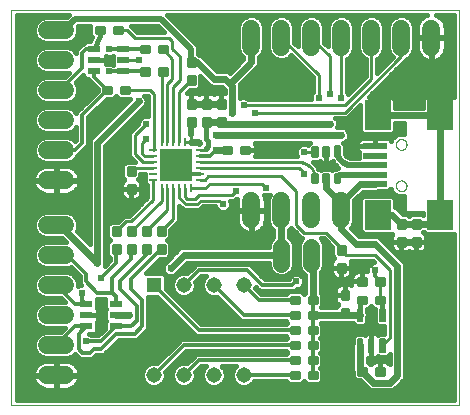
<source format=gtl>
G75*
%MOIN*%
%OFA0B0*%
%FSLAX25Y25*%
%IPPOS*%
%LPD*%
%AMOC8*
5,1,8,0,0,1.08239X$1,22.5*
%
%ADD10C,0.00000*%
%ADD11C,0.00945*%
%ADD12C,0.06000*%
%ADD13C,0.05600*%
%ADD14C,0.05150*%
%ADD15R,0.05150X0.05150*%
%ADD16C,0.01181*%
%ADD17R,0.02756X0.00984*%
%ADD18R,0.00984X0.02756*%
%ADD19R,0.10827X0.10827*%
%ADD20C,0.00650*%
%ADD21R,0.08661X0.09843*%
%ADD22R,0.07874X0.01969*%
%ADD23R,0.04331X0.02362*%
%ADD24C,0.01969*%
%ADD25C,0.02400*%
%ADD26C,0.01000*%
%ADD27C,0.02381*%
%ADD28C,0.01600*%
%ADD29C,0.01210*%
%ADD30C,0.00591*%
%ADD31C,0.01209*%
D10*
X0030000Y0001800D02*
X0030000Y0133650D01*
X0179350Y0133650D01*
X0179350Y0001800D01*
X0030000Y0001800D01*
X0158228Y0074910D02*
X0158230Y0074994D01*
X0158236Y0075077D01*
X0158246Y0075160D01*
X0158260Y0075243D01*
X0158277Y0075325D01*
X0158299Y0075406D01*
X0158324Y0075485D01*
X0158353Y0075564D01*
X0158386Y0075641D01*
X0158422Y0075716D01*
X0158462Y0075790D01*
X0158505Y0075862D01*
X0158552Y0075931D01*
X0158602Y0075998D01*
X0158655Y0076063D01*
X0158711Y0076125D01*
X0158769Y0076185D01*
X0158831Y0076242D01*
X0158895Y0076295D01*
X0158962Y0076346D01*
X0159031Y0076393D01*
X0159102Y0076438D01*
X0159175Y0076478D01*
X0159250Y0076515D01*
X0159327Y0076549D01*
X0159405Y0076579D01*
X0159484Y0076605D01*
X0159565Y0076628D01*
X0159647Y0076646D01*
X0159729Y0076661D01*
X0159812Y0076672D01*
X0159895Y0076679D01*
X0159979Y0076682D01*
X0160063Y0076681D01*
X0160146Y0076676D01*
X0160230Y0076667D01*
X0160312Y0076654D01*
X0160394Y0076638D01*
X0160475Y0076617D01*
X0160556Y0076593D01*
X0160634Y0076565D01*
X0160712Y0076533D01*
X0160788Y0076497D01*
X0160862Y0076458D01*
X0160934Y0076416D01*
X0161004Y0076370D01*
X0161072Y0076321D01*
X0161137Y0076269D01*
X0161200Y0076214D01*
X0161260Y0076156D01*
X0161318Y0076095D01*
X0161372Y0076031D01*
X0161424Y0075965D01*
X0161472Y0075897D01*
X0161517Y0075826D01*
X0161558Y0075753D01*
X0161597Y0075679D01*
X0161631Y0075603D01*
X0161662Y0075525D01*
X0161689Y0075446D01*
X0161713Y0075365D01*
X0161732Y0075284D01*
X0161748Y0075202D01*
X0161760Y0075119D01*
X0161768Y0075035D01*
X0161772Y0074952D01*
X0161772Y0074868D01*
X0161768Y0074785D01*
X0161760Y0074701D01*
X0161748Y0074618D01*
X0161732Y0074536D01*
X0161713Y0074455D01*
X0161689Y0074374D01*
X0161662Y0074295D01*
X0161631Y0074217D01*
X0161597Y0074141D01*
X0161558Y0074067D01*
X0161517Y0073994D01*
X0161472Y0073923D01*
X0161424Y0073855D01*
X0161372Y0073789D01*
X0161318Y0073725D01*
X0161260Y0073664D01*
X0161200Y0073606D01*
X0161137Y0073551D01*
X0161072Y0073499D01*
X0161004Y0073450D01*
X0160934Y0073404D01*
X0160862Y0073362D01*
X0160788Y0073323D01*
X0160712Y0073287D01*
X0160634Y0073255D01*
X0160556Y0073227D01*
X0160475Y0073203D01*
X0160394Y0073182D01*
X0160312Y0073166D01*
X0160230Y0073153D01*
X0160146Y0073144D01*
X0160063Y0073139D01*
X0159979Y0073138D01*
X0159895Y0073141D01*
X0159812Y0073148D01*
X0159729Y0073159D01*
X0159647Y0073174D01*
X0159565Y0073192D01*
X0159484Y0073215D01*
X0159405Y0073241D01*
X0159327Y0073271D01*
X0159250Y0073305D01*
X0159175Y0073342D01*
X0159102Y0073382D01*
X0159031Y0073427D01*
X0158962Y0073474D01*
X0158895Y0073525D01*
X0158831Y0073578D01*
X0158769Y0073635D01*
X0158711Y0073695D01*
X0158655Y0073757D01*
X0158602Y0073822D01*
X0158552Y0073889D01*
X0158505Y0073958D01*
X0158462Y0074030D01*
X0158422Y0074104D01*
X0158386Y0074179D01*
X0158353Y0074256D01*
X0158324Y0074335D01*
X0158299Y0074414D01*
X0158277Y0074495D01*
X0158260Y0074577D01*
X0158246Y0074660D01*
X0158236Y0074743D01*
X0158230Y0074826D01*
X0158228Y0074910D01*
X0158228Y0088690D02*
X0158230Y0088774D01*
X0158236Y0088857D01*
X0158246Y0088940D01*
X0158260Y0089023D01*
X0158277Y0089105D01*
X0158299Y0089186D01*
X0158324Y0089265D01*
X0158353Y0089344D01*
X0158386Y0089421D01*
X0158422Y0089496D01*
X0158462Y0089570D01*
X0158505Y0089642D01*
X0158552Y0089711D01*
X0158602Y0089778D01*
X0158655Y0089843D01*
X0158711Y0089905D01*
X0158769Y0089965D01*
X0158831Y0090022D01*
X0158895Y0090075D01*
X0158962Y0090126D01*
X0159031Y0090173D01*
X0159102Y0090218D01*
X0159175Y0090258D01*
X0159250Y0090295D01*
X0159327Y0090329D01*
X0159405Y0090359D01*
X0159484Y0090385D01*
X0159565Y0090408D01*
X0159647Y0090426D01*
X0159729Y0090441D01*
X0159812Y0090452D01*
X0159895Y0090459D01*
X0159979Y0090462D01*
X0160063Y0090461D01*
X0160146Y0090456D01*
X0160230Y0090447D01*
X0160312Y0090434D01*
X0160394Y0090418D01*
X0160475Y0090397D01*
X0160556Y0090373D01*
X0160634Y0090345D01*
X0160712Y0090313D01*
X0160788Y0090277D01*
X0160862Y0090238D01*
X0160934Y0090196D01*
X0161004Y0090150D01*
X0161072Y0090101D01*
X0161137Y0090049D01*
X0161200Y0089994D01*
X0161260Y0089936D01*
X0161318Y0089875D01*
X0161372Y0089811D01*
X0161424Y0089745D01*
X0161472Y0089677D01*
X0161517Y0089606D01*
X0161558Y0089533D01*
X0161597Y0089459D01*
X0161631Y0089383D01*
X0161662Y0089305D01*
X0161689Y0089226D01*
X0161713Y0089145D01*
X0161732Y0089064D01*
X0161748Y0088982D01*
X0161760Y0088899D01*
X0161768Y0088815D01*
X0161772Y0088732D01*
X0161772Y0088648D01*
X0161768Y0088565D01*
X0161760Y0088481D01*
X0161748Y0088398D01*
X0161732Y0088316D01*
X0161713Y0088235D01*
X0161689Y0088154D01*
X0161662Y0088075D01*
X0161631Y0087997D01*
X0161597Y0087921D01*
X0161558Y0087847D01*
X0161517Y0087774D01*
X0161472Y0087703D01*
X0161424Y0087635D01*
X0161372Y0087569D01*
X0161318Y0087505D01*
X0161260Y0087444D01*
X0161200Y0087386D01*
X0161137Y0087331D01*
X0161072Y0087279D01*
X0161004Y0087230D01*
X0160934Y0087184D01*
X0160862Y0087142D01*
X0160788Y0087103D01*
X0160712Y0087067D01*
X0160634Y0087035D01*
X0160556Y0087007D01*
X0160475Y0086983D01*
X0160394Y0086962D01*
X0160312Y0086946D01*
X0160230Y0086933D01*
X0160146Y0086924D01*
X0160063Y0086919D01*
X0159979Y0086918D01*
X0159895Y0086921D01*
X0159812Y0086928D01*
X0159729Y0086939D01*
X0159647Y0086954D01*
X0159565Y0086972D01*
X0159484Y0086995D01*
X0159405Y0087021D01*
X0159327Y0087051D01*
X0159250Y0087085D01*
X0159175Y0087122D01*
X0159102Y0087162D01*
X0159031Y0087207D01*
X0158962Y0087254D01*
X0158895Y0087305D01*
X0158831Y0087358D01*
X0158769Y0087415D01*
X0158711Y0087475D01*
X0158655Y0087537D01*
X0158602Y0087602D01*
X0158552Y0087669D01*
X0158505Y0087738D01*
X0158462Y0087810D01*
X0158422Y0087884D01*
X0158386Y0087959D01*
X0158353Y0088036D01*
X0158324Y0088115D01*
X0158299Y0088194D01*
X0158277Y0088275D01*
X0158260Y0088357D01*
X0158246Y0088440D01*
X0158236Y0088523D01*
X0158230Y0088606D01*
X0158228Y0088690D01*
D11*
X0161103Y0063599D02*
X0161103Y0061001D01*
X0158897Y0061001D01*
X0158897Y0063599D01*
X0161103Y0063599D01*
X0161103Y0061945D02*
X0158897Y0061945D01*
X0158897Y0062889D02*
X0161103Y0062889D01*
X0166103Y0063599D02*
X0166103Y0061001D01*
X0163897Y0061001D01*
X0163897Y0063599D01*
X0166103Y0063599D01*
X0166103Y0061945D02*
X0163897Y0061945D01*
X0163897Y0062889D02*
X0166103Y0062889D01*
X0166103Y0057599D02*
X0166103Y0055001D01*
X0163897Y0055001D01*
X0163897Y0057599D01*
X0166103Y0057599D01*
X0166103Y0055945D02*
X0163897Y0055945D01*
X0163897Y0056889D02*
X0166103Y0056889D01*
X0161103Y0057599D02*
X0161103Y0055001D01*
X0158897Y0055001D01*
X0158897Y0057599D01*
X0161103Y0057599D01*
X0161103Y0055945D02*
X0158897Y0055945D01*
X0158897Y0056889D02*
X0161103Y0056889D01*
X0154299Y0041947D02*
X0151701Y0041947D01*
X0151701Y0044153D01*
X0154299Y0044153D01*
X0154299Y0041947D01*
X0154299Y0042891D02*
X0151701Y0042891D01*
X0151701Y0043835D02*
X0154299Y0043835D01*
X0148299Y0041947D02*
X0145701Y0041947D01*
X0145701Y0044153D01*
X0148299Y0044153D01*
X0148299Y0041947D01*
X0148299Y0042891D02*
X0145701Y0042891D01*
X0145701Y0043835D02*
X0148299Y0043835D01*
X0140147Y0039849D02*
X0140147Y0037251D01*
X0140147Y0039849D02*
X0142353Y0039849D01*
X0142353Y0037251D01*
X0140147Y0037251D01*
X0140147Y0038195D02*
X0142353Y0038195D01*
X0142353Y0039139D02*
X0140147Y0039139D01*
X0145701Y0037903D02*
X0148299Y0037903D01*
X0148299Y0035697D01*
X0145701Y0035697D01*
X0145701Y0037903D01*
X0145701Y0036641D02*
X0148299Y0036641D01*
X0148299Y0037585D02*
X0145701Y0037585D01*
X0140147Y0033849D02*
X0140147Y0031251D01*
X0140147Y0033849D02*
X0142353Y0033849D01*
X0142353Y0031251D01*
X0140147Y0031251D01*
X0140147Y0032195D02*
X0142353Y0032195D01*
X0142353Y0033139D02*
X0140147Y0033139D01*
X0131799Y0030697D02*
X0129201Y0030697D01*
X0129201Y0032903D01*
X0131799Y0032903D01*
X0131799Y0030697D01*
X0131799Y0031641D02*
X0129201Y0031641D01*
X0129201Y0032585D02*
X0131799Y0032585D01*
X0131799Y0035697D02*
X0129201Y0035697D01*
X0129201Y0037903D01*
X0131799Y0037903D01*
X0131799Y0035697D01*
X0131799Y0036641D02*
X0129201Y0036641D01*
X0129201Y0037585D02*
X0131799Y0037585D01*
X0125799Y0035697D02*
X0123201Y0035697D01*
X0123201Y0037903D01*
X0125799Y0037903D01*
X0125799Y0035697D01*
X0125799Y0036641D02*
X0123201Y0036641D01*
X0123201Y0037585D02*
X0125799Y0037585D01*
X0125799Y0030697D02*
X0123201Y0030697D01*
X0123201Y0032903D01*
X0125799Y0032903D01*
X0125799Y0030697D01*
X0125799Y0031641D02*
X0123201Y0031641D01*
X0123201Y0032585D02*
X0125799Y0032585D01*
X0125799Y0025697D02*
X0123201Y0025697D01*
X0123201Y0027903D01*
X0125799Y0027903D01*
X0125799Y0025697D01*
X0125799Y0026641D02*
X0123201Y0026641D01*
X0123201Y0027585D02*
X0125799Y0027585D01*
X0129201Y0025697D02*
X0131799Y0025697D01*
X0129201Y0025697D02*
X0129201Y0027903D01*
X0131799Y0027903D01*
X0131799Y0025697D01*
X0131799Y0026641D02*
X0129201Y0026641D01*
X0129201Y0027585D02*
X0131799Y0027585D01*
X0131799Y0020697D02*
X0129201Y0020697D01*
X0129201Y0022903D01*
X0131799Y0022903D01*
X0131799Y0020697D01*
X0131799Y0021641D02*
X0129201Y0021641D01*
X0129201Y0022585D02*
X0131799Y0022585D01*
X0131799Y0015697D02*
X0129201Y0015697D01*
X0129201Y0017903D01*
X0131799Y0017903D01*
X0131799Y0015697D01*
X0131799Y0016641D02*
X0129201Y0016641D01*
X0129201Y0017585D02*
X0131799Y0017585D01*
X0131799Y0010697D02*
X0129201Y0010697D01*
X0129201Y0012903D01*
X0131799Y0012903D01*
X0131799Y0010697D01*
X0131799Y0011641D02*
X0129201Y0011641D01*
X0129201Y0012585D02*
X0131799Y0012585D01*
X0125799Y0010697D02*
X0123201Y0010697D01*
X0123201Y0012903D01*
X0125799Y0012903D01*
X0125799Y0010697D01*
X0125799Y0011641D02*
X0123201Y0011641D01*
X0123201Y0012585D02*
X0125799Y0012585D01*
X0125799Y0015697D02*
X0123201Y0015697D01*
X0123201Y0017903D01*
X0125799Y0017903D01*
X0125799Y0015697D01*
X0125799Y0016641D02*
X0123201Y0016641D01*
X0123201Y0017585D02*
X0125799Y0017585D01*
X0125799Y0020697D02*
X0123201Y0020697D01*
X0123201Y0022903D01*
X0125799Y0022903D01*
X0125799Y0020697D01*
X0125799Y0021641D02*
X0123201Y0021641D01*
X0123201Y0022585D02*
X0125799Y0022585D01*
X0145701Y0014153D02*
X0148299Y0014153D01*
X0148299Y0011947D01*
X0145701Y0011947D01*
X0145701Y0014153D01*
X0145701Y0012891D02*
X0148299Y0012891D01*
X0148299Y0013835D02*
X0145701Y0013835D01*
X0151701Y0014153D02*
X0154299Y0014153D01*
X0154299Y0011947D01*
X0151701Y0011947D01*
X0151701Y0014153D01*
X0151701Y0012891D02*
X0154299Y0012891D01*
X0154299Y0013835D02*
X0151701Y0013835D01*
X0151701Y0037903D02*
X0154299Y0037903D01*
X0154299Y0035697D01*
X0151701Y0035697D01*
X0151701Y0037903D01*
X0151701Y0036641D02*
X0154299Y0036641D01*
X0154299Y0037585D02*
X0151701Y0037585D01*
X0141103Y0046251D02*
X0141103Y0048849D01*
X0141103Y0046251D02*
X0138897Y0046251D01*
X0138897Y0048849D01*
X0141103Y0048849D01*
X0141103Y0047195D02*
X0138897Y0047195D01*
X0138897Y0048139D02*
X0141103Y0048139D01*
X0141103Y0052251D02*
X0141103Y0054849D01*
X0141103Y0052251D02*
X0138897Y0052251D01*
X0138897Y0054849D01*
X0141103Y0054849D01*
X0141103Y0053195D02*
X0138897Y0053195D01*
X0138897Y0054139D02*
X0141103Y0054139D01*
X0109299Y0087903D02*
X0106701Y0087903D01*
X0109299Y0087903D02*
X0109299Y0085697D01*
X0106701Y0085697D01*
X0106701Y0087903D01*
X0106701Y0086641D02*
X0109299Y0086641D01*
X0109299Y0087585D02*
X0106701Y0087585D01*
X0103299Y0087903D02*
X0100701Y0087903D01*
X0103299Y0087903D02*
X0103299Y0085697D01*
X0100701Y0085697D01*
X0100701Y0087903D01*
X0100701Y0086641D02*
X0103299Y0086641D01*
X0103299Y0087585D02*
X0100701Y0087585D01*
X0101103Y0095001D02*
X0101103Y0097599D01*
X0101103Y0095001D02*
X0098897Y0095001D01*
X0098897Y0097599D01*
X0101103Y0097599D01*
X0101103Y0095945D02*
X0098897Y0095945D01*
X0098897Y0096889D02*
X0101103Y0096889D01*
X0096103Y0097599D02*
X0096103Y0095001D01*
X0093897Y0095001D01*
X0093897Y0097599D01*
X0096103Y0097599D01*
X0096103Y0095945D02*
X0093897Y0095945D01*
X0093897Y0096889D02*
X0096103Y0096889D01*
X0091103Y0097599D02*
X0091103Y0095001D01*
X0088897Y0095001D01*
X0088897Y0097599D01*
X0091103Y0097599D01*
X0091103Y0095945D02*
X0088897Y0095945D01*
X0088897Y0096889D02*
X0091103Y0096889D01*
X0091103Y0101001D02*
X0091103Y0103599D01*
X0091103Y0101001D02*
X0088897Y0101001D01*
X0088897Y0103599D01*
X0091103Y0103599D01*
X0091103Y0101945D02*
X0088897Y0101945D01*
X0088897Y0102889D02*
X0091103Y0102889D01*
X0096103Y0103599D02*
X0096103Y0101001D01*
X0093897Y0101001D01*
X0093897Y0103599D01*
X0096103Y0103599D01*
X0096103Y0101945D02*
X0093897Y0101945D01*
X0093897Y0102889D02*
X0096103Y0102889D01*
X0101103Y0103599D02*
X0101103Y0101001D01*
X0098897Y0101001D01*
X0098897Y0103599D01*
X0101103Y0103599D01*
X0101103Y0101945D02*
X0098897Y0101945D01*
X0098897Y0102889D02*
X0101103Y0102889D01*
X0091103Y0108751D02*
X0091103Y0111349D01*
X0091103Y0108751D02*
X0088897Y0108751D01*
X0088897Y0111349D01*
X0091103Y0111349D01*
X0091103Y0109695D02*
X0088897Y0109695D01*
X0088897Y0110639D02*
X0091103Y0110639D01*
X0091103Y0114751D02*
X0091103Y0117349D01*
X0091103Y0114751D02*
X0088897Y0114751D01*
X0088897Y0117349D01*
X0091103Y0117349D01*
X0091103Y0115695D02*
X0088897Y0115695D01*
X0088897Y0116639D02*
X0091103Y0116639D01*
X0081799Y0111947D02*
X0079201Y0111947D01*
X0079201Y0114153D01*
X0081799Y0114153D01*
X0081799Y0111947D01*
X0081799Y0112891D02*
X0079201Y0112891D01*
X0079201Y0113835D02*
X0081799Y0113835D01*
X0075799Y0111947D02*
X0073201Y0111947D01*
X0073201Y0114153D01*
X0075799Y0114153D01*
X0075799Y0111947D01*
X0075799Y0112891D02*
X0073201Y0112891D01*
X0073201Y0113835D02*
X0075799Y0113835D01*
X0075799Y0119447D02*
X0073201Y0119447D01*
X0073201Y0121653D01*
X0075799Y0121653D01*
X0075799Y0119447D01*
X0075799Y0120391D02*
X0073201Y0120391D01*
X0073201Y0121335D02*
X0075799Y0121335D01*
X0079201Y0119447D02*
X0081799Y0119447D01*
X0079201Y0119447D02*
X0079201Y0121653D01*
X0081799Y0121653D01*
X0081799Y0119447D01*
X0081799Y0120391D02*
X0079201Y0120391D01*
X0079201Y0121335D02*
X0081799Y0121335D01*
X0066799Y0125697D02*
X0064201Y0125697D01*
X0064201Y0127903D01*
X0066799Y0127903D01*
X0066799Y0125697D01*
X0066799Y0126641D02*
X0064201Y0126641D01*
X0064201Y0127585D02*
X0066799Y0127585D01*
X0060799Y0125697D02*
X0058201Y0125697D01*
X0058201Y0127903D01*
X0060799Y0127903D01*
X0060799Y0125697D01*
X0060799Y0126641D02*
X0058201Y0126641D01*
X0058201Y0127585D02*
X0060799Y0127585D01*
X0060701Y0105697D02*
X0063299Y0105697D01*
X0060701Y0105697D02*
X0060701Y0107903D01*
X0063299Y0107903D01*
X0063299Y0105697D01*
X0063299Y0106641D02*
X0060701Y0106641D01*
X0060701Y0107585D02*
X0063299Y0107585D01*
X0066701Y0105697D02*
X0069299Y0105697D01*
X0066701Y0105697D02*
X0066701Y0107903D01*
X0069299Y0107903D01*
X0069299Y0105697D01*
X0069299Y0106641D02*
X0066701Y0106641D01*
X0066701Y0107585D02*
X0069299Y0107585D01*
X0071103Y0081099D02*
X0071103Y0078501D01*
X0068897Y0078501D01*
X0068897Y0081099D01*
X0071103Y0081099D01*
X0071103Y0079445D02*
X0068897Y0079445D01*
X0068897Y0080389D02*
X0071103Y0080389D01*
X0071103Y0075099D02*
X0071103Y0072501D01*
X0068897Y0072501D01*
X0068897Y0075099D01*
X0071103Y0075099D01*
X0071103Y0073445D02*
X0068897Y0073445D01*
X0068897Y0074389D02*
X0071103Y0074389D01*
X0071103Y0061099D02*
X0071103Y0058501D01*
X0068897Y0058501D01*
X0068897Y0061099D01*
X0071103Y0061099D01*
X0071103Y0059445D02*
X0068897Y0059445D01*
X0068897Y0060389D02*
X0071103Y0060389D01*
X0076103Y0061099D02*
X0076103Y0058501D01*
X0073897Y0058501D01*
X0073897Y0061099D01*
X0076103Y0061099D01*
X0076103Y0059445D02*
X0073897Y0059445D01*
X0073897Y0060389D02*
X0076103Y0060389D01*
X0081103Y0061099D02*
X0081103Y0058501D01*
X0078897Y0058501D01*
X0078897Y0061099D01*
X0081103Y0061099D01*
X0081103Y0059445D02*
X0078897Y0059445D01*
X0078897Y0060389D02*
X0081103Y0060389D01*
X0081103Y0055099D02*
X0081103Y0052501D01*
X0078897Y0052501D01*
X0078897Y0055099D01*
X0081103Y0055099D01*
X0081103Y0053445D02*
X0078897Y0053445D01*
X0078897Y0054389D02*
X0081103Y0054389D01*
X0076103Y0055099D02*
X0076103Y0052501D01*
X0073897Y0052501D01*
X0073897Y0055099D01*
X0076103Y0055099D01*
X0076103Y0053445D02*
X0073897Y0053445D01*
X0073897Y0054389D02*
X0076103Y0054389D01*
X0071103Y0055099D02*
X0071103Y0052501D01*
X0068897Y0052501D01*
X0068897Y0055099D01*
X0071103Y0055099D01*
X0071103Y0053445D02*
X0068897Y0053445D01*
X0068897Y0054389D02*
X0071103Y0054389D01*
X0066103Y0055099D02*
X0066103Y0052501D01*
X0063897Y0052501D01*
X0063897Y0055099D01*
X0066103Y0055099D01*
X0066103Y0053445D02*
X0063897Y0053445D01*
X0063897Y0054389D02*
X0066103Y0054389D01*
X0066103Y0058501D02*
X0066103Y0061099D01*
X0066103Y0058501D02*
X0063897Y0058501D01*
X0063897Y0061099D01*
X0066103Y0061099D01*
X0066103Y0059445D02*
X0063897Y0059445D01*
X0063897Y0060389D02*
X0066103Y0060389D01*
D12*
X0048000Y0061800D02*
X0042000Y0061800D01*
X0042000Y0051800D02*
X0048000Y0051800D01*
X0048000Y0041800D02*
X0042000Y0041800D01*
X0042000Y0031800D02*
X0048000Y0031800D01*
X0048000Y0021800D02*
X0042000Y0021800D01*
X0042000Y0011800D02*
X0048000Y0011800D01*
X0110000Y0063800D02*
X0110000Y0069800D01*
X0120000Y0069800D02*
X0120000Y0063800D01*
X0130000Y0063800D02*
X0130000Y0069800D01*
X0140000Y0069800D02*
X0140000Y0063800D01*
X0140000Y0121300D02*
X0140000Y0127300D01*
X0150000Y0127300D02*
X0150000Y0121300D01*
X0160000Y0121300D02*
X0160000Y0127300D01*
X0170000Y0127300D02*
X0170000Y0121300D01*
X0130000Y0121300D02*
X0130000Y0127300D01*
X0120000Y0127300D02*
X0120000Y0121300D01*
X0110000Y0121300D02*
X0110000Y0127300D01*
X0048000Y0126800D02*
X0042000Y0126800D01*
X0042000Y0116800D02*
X0048000Y0116800D01*
X0048000Y0106800D02*
X0042000Y0106800D01*
X0042000Y0096800D02*
X0048000Y0096800D01*
X0048000Y0086800D02*
X0042000Y0086800D01*
X0042000Y0076800D02*
X0048000Y0076800D01*
D13*
X0120000Y0054600D02*
X0120000Y0049000D01*
X0130000Y0049000D02*
X0130000Y0054600D01*
D14*
X0107500Y0041800D03*
X0097500Y0041800D03*
X0087500Y0041800D03*
X0087500Y0011800D03*
X0077500Y0011800D03*
X0097500Y0011800D03*
X0107500Y0011800D03*
D15*
X0077500Y0041800D03*
D16*
X0130669Y0076091D02*
X0131851Y0076091D01*
X0130669Y0076091D02*
X0130669Y0078651D01*
X0131851Y0078651D01*
X0131851Y0076091D01*
X0131851Y0077271D02*
X0130669Y0077271D01*
X0130669Y0078451D02*
X0131851Y0078451D01*
X0134409Y0076091D02*
X0135591Y0076091D01*
X0134409Y0076091D02*
X0134409Y0078651D01*
X0135591Y0078651D01*
X0135591Y0076091D01*
X0135591Y0077271D02*
X0134409Y0077271D01*
X0134409Y0078451D02*
X0135591Y0078451D01*
X0138149Y0076091D02*
X0139331Y0076091D01*
X0138149Y0076091D02*
X0138149Y0078651D01*
X0139331Y0078651D01*
X0139331Y0076091D01*
X0139331Y0077271D02*
X0138149Y0077271D01*
X0138149Y0078451D02*
X0139331Y0078451D01*
X0139331Y0087903D02*
X0138149Y0087903D01*
X0139331Y0087903D02*
X0139331Y0084949D01*
X0138149Y0084949D01*
X0138149Y0087903D01*
X0138149Y0086129D02*
X0139331Y0086129D01*
X0139331Y0087309D02*
X0138149Y0087309D01*
X0135591Y0087509D02*
X0134409Y0087509D01*
X0135591Y0087509D02*
X0135591Y0084949D01*
X0134409Y0084949D01*
X0134409Y0087509D01*
X0134409Y0086129D02*
X0135591Y0086129D01*
X0135591Y0087309D02*
X0134409Y0087309D01*
X0131851Y0087509D02*
X0130669Y0087509D01*
X0131851Y0087509D02*
X0131851Y0084949D01*
X0130669Y0084949D01*
X0130669Y0087509D01*
X0130669Y0086129D02*
X0131851Y0086129D01*
X0131851Y0087309D02*
X0130669Y0087309D01*
D17*
X0092776Y0086700D03*
X0092776Y0084800D03*
X0092776Y0082800D03*
X0092776Y0080800D03*
X0092776Y0078800D03*
X0092776Y0076900D03*
X0077224Y0076900D03*
X0077224Y0078800D03*
X0077224Y0080800D03*
X0077224Y0082800D03*
X0077224Y0084800D03*
X0077224Y0086700D03*
D18*
X0080100Y0089576D03*
X0082000Y0089576D03*
X0084000Y0089576D03*
X0086000Y0089576D03*
X0088000Y0089576D03*
X0089900Y0089576D03*
X0089900Y0074024D03*
X0088000Y0074024D03*
X0086000Y0074024D03*
X0084000Y0074024D03*
X0082000Y0074024D03*
X0080100Y0074024D03*
D19*
X0085000Y0081800D03*
D20*
X0145503Y0029881D02*
X0147017Y0029881D01*
X0145503Y0029881D02*
X0145503Y0033955D01*
X0147017Y0033955D01*
X0147017Y0029881D01*
X0147017Y0030530D02*
X0145503Y0030530D01*
X0145503Y0031179D02*
X0147017Y0031179D01*
X0147017Y0031828D02*
X0145503Y0031828D01*
X0145503Y0032477D02*
X0147017Y0032477D01*
X0147017Y0033126D02*
X0145503Y0033126D01*
X0145503Y0033775D02*
X0147017Y0033775D01*
X0152983Y0029881D02*
X0154497Y0029881D01*
X0152983Y0029881D02*
X0152983Y0033955D01*
X0154497Y0033955D01*
X0154497Y0029881D01*
X0154497Y0030530D02*
X0152983Y0030530D01*
X0152983Y0031179D02*
X0154497Y0031179D01*
X0154497Y0031828D02*
X0152983Y0031828D01*
X0152983Y0032477D02*
X0154497Y0032477D01*
X0154497Y0033126D02*
X0152983Y0033126D01*
X0152983Y0033775D02*
X0154497Y0033775D01*
X0154497Y0019645D02*
X0152983Y0019645D01*
X0152983Y0023719D01*
X0154497Y0023719D01*
X0154497Y0019645D01*
X0154497Y0020294D02*
X0152983Y0020294D01*
X0152983Y0020943D02*
X0154497Y0020943D01*
X0154497Y0021592D02*
X0152983Y0021592D01*
X0152983Y0022241D02*
X0154497Y0022241D01*
X0154497Y0022890D02*
X0152983Y0022890D01*
X0152983Y0023539D02*
X0154497Y0023539D01*
X0150757Y0019645D02*
X0149243Y0019645D01*
X0149243Y0023719D01*
X0150757Y0023719D01*
X0150757Y0019645D01*
X0150757Y0020294D02*
X0149243Y0020294D01*
X0149243Y0020943D02*
X0150757Y0020943D01*
X0150757Y0021592D02*
X0149243Y0021592D01*
X0149243Y0022241D02*
X0150757Y0022241D01*
X0150757Y0022890D02*
X0149243Y0022890D01*
X0149243Y0023539D02*
X0150757Y0023539D01*
X0147017Y0019645D02*
X0145503Y0019645D01*
X0145503Y0023719D01*
X0147017Y0023719D01*
X0147017Y0019645D01*
X0147017Y0020294D02*
X0145503Y0020294D01*
X0145503Y0020943D02*
X0147017Y0020943D01*
X0147017Y0021592D02*
X0145503Y0021592D01*
X0145503Y0022241D02*
X0147017Y0022241D01*
X0147017Y0022890D02*
X0145503Y0022890D01*
X0145503Y0023539D02*
X0147017Y0023539D01*
D21*
X0152126Y0065265D03*
X0172992Y0065265D03*
X0172992Y0098335D03*
X0152126Y0098335D03*
D22*
X0151142Y0088099D03*
X0151142Y0084950D03*
X0151142Y0081800D03*
X0151142Y0078650D03*
X0151142Y0075501D03*
D23*
X0067421Y0113060D03*
X0067421Y0116800D03*
X0067421Y0120540D03*
X0057579Y0120540D03*
X0057579Y0116800D03*
X0057579Y0113060D03*
X0055079Y0035540D03*
X0055079Y0031800D03*
X0055079Y0028060D03*
X0064921Y0028060D03*
X0064921Y0031800D03*
X0064921Y0035540D03*
D24*
X0090000Y0091800D02*
X0090000Y0096300D01*
X0090000Y0116050D02*
X0090000Y0120550D01*
X0080000Y0130550D01*
X0067500Y0130550D01*
X0068750Y0130550D01*
X0067500Y0130550D02*
X0051250Y0130550D01*
X0047500Y0126800D01*
X0045000Y0126800D01*
X0140020Y0078650D02*
X0151142Y0078650D01*
X0151142Y0081800D02*
X0143366Y0081800D01*
X0143231Y0081802D01*
X0143097Y0081808D01*
X0142963Y0081818D01*
X0142829Y0081831D01*
X0142696Y0081849D01*
X0142563Y0081870D01*
X0142431Y0081896D01*
X0142299Y0081925D01*
X0142169Y0081958D01*
X0142039Y0081994D01*
X0141911Y0082035D01*
X0141784Y0082079D01*
X0141658Y0082127D01*
X0141534Y0082178D01*
X0141411Y0082233D01*
X0141290Y0082292D01*
X0141170Y0082354D01*
X0141053Y0082420D01*
X0140937Y0082489D01*
X0140824Y0082561D01*
X0140713Y0082637D01*
X0140604Y0082715D01*
X0140497Y0082797D01*
X0140392Y0082882D01*
X0140291Y0082970D01*
X0140191Y0083061D01*
X0140095Y0083155D01*
X0140001Y0083251D01*
X0139910Y0083351D01*
X0139822Y0083452D01*
X0139737Y0083557D01*
X0139655Y0083664D01*
X0139577Y0083773D01*
X0139501Y0083884D01*
X0139429Y0083997D01*
X0139360Y0084113D01*
X0139294Y0084230D01*
X0139232Y0084350D01*
X0139173Y0084471D01*
X0139118Y0084594D01*
X0139067Y0084718D01*
X0139019Y0084844D01*
X0138975Y0084971D01*
X0138934Y0085099D01*
X0138898Y0085229D01*
X0138865Y0085359D01*
X0138836Y0085491D01*
X0138810Y0085623D01*
X0138789Y0085756D01*
X0138771Y0085889D01*
X0138758Y0086023D01*
X0138748Y0086157D01*
X0138742Y0086291D01*
X0138740Y0086426D01*
X0140020Y0078651D02*
X0139951Y0078649D01*
X0139882Y0078643D01*
X0139813Y0078634D01*
X0139745Y0078621D01*
X0139678Y0078604D01*
X0139611Y0078584D01*
X0139546Y0078560D01*
X0139483Y0078533D01*
X0139420Y0078502D01*
X0139360Y0078468D01*
X0139302Y0078430D01*
X0139245Y0078390D01*
X0139191Y0078347D01*
X0139140Y0078300D01*
X0139091Y0078251D01*
X0139044Y0078200D01*
X0139001Y0078146D01*
X0138961Y0078089D01*
X0138923Y0078031D01*
X0138889Y0077971D01*
X0138858Y0077908D01*
X0138831Y0077845D01*
X0138807Y0077780D01*
X0138787Y0077713D01*
X0138770Y0077646D01*
X0138757Y0077578D01*
X0138748Y0077509D01*
X0138742Y0077440D01*
X0138740Y0077371D01*
D25*
X0135000Y0077371D02*
X0135000Y0074300D01*
X0140000Y0069300D01*
X0140000Y0066800D01*
X0140000Y0060550D01*
X0145000Y0055550D01*
X0151250Y0055550D01*
X0158750Y0048050D01*
X0158750Y0011800D01*
X0156250Y0009300D01*
X0150750Y0009300D01*
X0147000Y0013050D01*
X0146260Y0013790D01*
X0146260Y0021682D01*
X0146142Y0031800D02*
X0130500Y0031800D01*
X0130500Y0036800D02*
X0130500Y0051300D01*
X0130000Y0051800D01*
X0120000Y0051800D02*
X0120000Y0066800D01*
X0120000Y0051800D02*
X0087500Y0051800D01*
X0083125Y0047425D01*
X0069375Y0031800D02*
X0064921Y0031800D01*
X0058750Y0049300D02*
X0058750Y0089300D01*
X0072500Y0103050D01*
X0090000Y0102300D02*
X0095000Y0102300D01*
X0100000Y0102300D01*
X0103750Y0099300D02*
X0103750Y0108050D01*
X0102812Y0108987D01*
X0110000Y0116175D01*
X0110000Y0124300D01*
X0101250Y0110550D02*
X0097500Y0110550D01*
X0092000Y0116050D01*
X0090000Y0116050D01*
X0101250Y0110550D02*
X0102812Y0108987D01*
X0100000Y0096300D02*
X0095000Y0096300D01*
X0100000Y0096300D02*
X0100750Y0095550D01*
X0136250Y0095550D01*
X0140000Y0091800D02*
X0098125Y0091800D01*
X0092500Y0089300D02*
X0092224Y0089576D01*
X0089900Y0089576D01*
X0098125Y0086800D02*
X0102000Y0086800D01*
X0140000Y0069300D02*
X0146201Y0075501D01*
X0151142Y0075501D01*
X0152126Y0065265D02*
X0157035Y0065265D01*
X0160000Y0062300D01*
X0165000Y0062300D01*
X0170028Y0062300D01*
X0172992Y0065265D01*
X0172992Y0098335D01*
X0152126Y0098335D01*
X0160000Y0056300D02*
X0165000Y0056300D01*
X0146260Y0031918D02*
X0146142Y0031800D01*
X0058750Y0049300D02*
X0046250Y0061800D01*
X0045000Y0061800D01*
D26*
X0065000Y0059800D02*
X0068250Y0063050D01*
X0070000Y0063050D01*
X0077224Y0070274D01*
X0077224Y0076900D01*
X0080100Y0074024D02*
X0080100Y0069900D01*
X0070000Y0059800D01*
X0075000Y0059800D02*
X0082000Y0066800D01*
X0082000Y0074024D01*
X0084000Y0074024D02*
X0084000Y0063800D01*
X0080000Y0059800D01*
X0088125Y0068675D02*
X0091875Y0068675D01*
X0093125Y0069925D01*
X0099375Y0069925D01*
X0100625Y0068675D01*
X0103750Y0071800D02*
X0105000Y0073050D01*
X0103750Y0071800D02*
X0092500Y0071800D01*
X0091250Y0070550D01*
X0088750Y0070550D01*
X0088000Y0071300D01*
X0088000Y0074024D01*
X0089900Y0074024D02*
X0094724Y0074024D01*
X0096250Y0075550D01*
X0113750Y0075550D01*
X0115000Y0074300D01*
X0120000Y0078050D02*
X0125000Y0073050D01*
X0125000Y0061800D01*
X0127500Y0059300D01*
X0135000Y0059300D01*
X0140000Y0054300D01*
X0140000Y0053550D01*
X0141750Y0051800D01*
X0151250Y0051800D01*
X0156250Y0046800D01*
X0156250Y0024192D01*
X0153740Y0021682D01*
X0153000Y0036800D02*
X0153000Y0043050D01*
X0131260Y0077371D02*
X0131258Y0077516D01*
X0131252Y0077660D01*
X0131243Y0077804D01*
X0131229Y0077948D01*
X0131212Y0078092D01*
X0131191Y0078235D01*
X0131166Y0078377D01*
X0131137Y0078519D01*
X0131105Y0078659D01*
X0131069Y0078799D01*
X0131029Y0078938D01*
X0130985Y0079076D01*
X0130938Y0079213D01*
X0130887Y0079348D01*
X0130833Y0079482D01*
X0130775Y0079614D01*
X0130713Y0079745D01*
X0130648Y0079874D01*
X0130580Y0080002D01*
X0130508Y0080127D01*
X0130433Y0080251D01*
X0130355Y0080372D01*
X0130274Y0080492D01*
X0130189Y0080609D01*
X0130101Y0080724D01*
X0130010Y0080836D01*
X0129917Y0080946D01*
X0129820Y0081054D01*
X0129721Y0081158D01*
X0129618Y0081261D01*
X0129514Y0081360D01*
X0129406Y0081457D01*
X0129296Y0081550D01*
X0129184Y0081641D01*
X0129069Y0081729D01*
X0128952Y0081814D01*
X0128832Y0081895D01*
X0128711Y0081973D01*
X0128587Y0082048D01*
X0128462Y0082120D01*
X0128334Y0082188D01*
X0128205Y0082253D01*
X0128074Y0082315D01*
X0127942Y0082373D01*
X0127808Y0082427D01*
X0127673Y0082478D01*
X0127536Y0082525D01*
X0127398Y0082569D01*
X0127259Y0082609D01*
X0127119Y0082645D01*
X0126979Y0082677D01*
X0126837Y0082706D01*
X0126695Y0082731D01*
X0126552Y0082752D01*
X0126408Y0082769D01*
X0126264Y0082783D01*
X0126120Y0082792D01*
X0125976Y0082798D01*
X0125831Y0082800D01*
X0092776Y0082800D01*
X0092776Y0080800D02*
X0125375Y0080800D01*
X0125465Y0080798D01*
X0125555Y0080792D01*
X0125645Y0080783D01*
X0125734Y0080769D01*
X0125823Y0080752D01*
X0125910Y0080731D01*
X0125997Y0080707D01*
X0126083Y0080679D01*
X0126167Y0080647D01*
X0126250Y0080611D01*
X0126332Y0080572D01*
X0126411Y0080530D01*
X0126489Y0080484D01*
X0126565Y0080436D01*
X0126639Y0080383D01*
X0126710Y0080328D01*
X0126779Y0080270D01*
X0126845Y0080209D01*
X0126909Y0080145D01*
X0126970Y0080079D01*
X0127028Y0080010D01*
X0127083Y0079939D01*
X0127136Y0079865D01*
X0127184Y0079789D01*
X0127230Y0079711D01*
X0127272Y0079632D01*
X0127311Y0079550D01*
X0127347Y0079467D01*
X0127379Y0079383D01*
X0127407Y0079297D01*
X0127431Y0079210D01*
X0127452Y0079123D01*
X0127469Y0079034D01*
X0127483Y0078945D01*
X0127492Y0078855D01*
X0127498Y0078765D01*
X0127500Y0078675D01*
X0120000Y0078050D02*
X0095625Y0078050D01*
X0094475Y0076900D01*
X0092776Y0076900D01*
X0086000Y0074024D02*
X0086000Y0070800D01*
X0088125Y0068675D01*
X0077224Y0080800D02*
X0071000Y0080800D01*
X0070000Y0079800D01*
X0074000Y0082800D02*
X0071250Y0085550D01*
X0071250Y0091800D01*
X0075000Y0095550D01*
X0075000Y0090550D02*
X0073750Y0089300D01*
X0073750Y0085550D01*
X0074500Y0084800D01*
X0077224Y0084800D01*
X0077224Y0086700D02*
X0077500Y0086976D01*
X0077500Y0105550D01*
X0076250Y0106800D01*
X0068000Y0106800D01*
X0067421Y0116800D02*
X0072500Y0116800D01*
X0080100Y0112650D02*
X0080100Y0089576D01*
X0082000Y0089576D02*
X0082000Y0108800D01*
X0083750Y0110550D01*
X0083750Y0117300D01*
X0080500Y0120550D01*
X0083750Y0120550D02*
X0086250Y0118050D01*
X0086250Y0110050D01*
X0084000Y0107800D01*
X0084000Y0089576D01*
X0086000Y0089576D02*
X0086000Y0106050D01*
X0090000Y0110050D01*
X0080500Y0113050D02*
X0080461Y0113048D01*
X0080422Y0113042D01*
X0080384Y0113033D01*
X0080347Y0113020D01*
X0080311Y0113003D01*
X0080278Y0112983D01*
X0080246Y0112959D01*
X0080217Y0112933D01*
X0080191Y0112904D01*
X0080167Y0112872D01*
X0080147Y0112839D01*
X0080130Y0112803D01*
X0080117Y0112766D01*
X0080108Y0112728D01*
X0080102Y0112689D01*
X0080100Y0112650D01*
X0083750Y0120550D02*
X0083750Y0123050D01*
X0082500Y0124300D01*
X0071250Y0124300D01*
X0068750Y0126800D01*
X0065500Y0126800D01*
X0107500Y0101800D02*
X0141250Y0101800D01*
X0150000Y0110550D01*
X0150000Y0124300D01*
X0160000Y0124300D02*
X0160000Y0118050D01*
X0141250Y0099300D01*
X0111250Y0099300D01*
X0095625Y0088050D02*
X0095641Y0087989D01*
X0095654Y0087927D01*
X0095663Y0087865D01*
X0095669Y0087802D01*
X0095671Y0087739D01*
X0095669Y0087676D01*
X0095664Y0087613D01*
X0095655Y0087551D01*
X0095642Y0087489D01*
X0095626Y0087428D01*
X0095606Y0087368D01*
X0095583Y0087309D01*
X0095557Y0087252D01*
X0095527Y0087197D01*
X0095494Y0087143D01*
X0095458Y0087091D01*
X0095419Y0087042D01*
X0095377Y0086994D01*
X0095332Y0086950D01*
X0095285Y0086908D01*
X0095236Y0086869D01*
X0095184Y0086832D01*
X0095131Y0086799D01*
X0095075Y0086769D01*
X0095018Y0086742D01*
X0094959Y0086719D01*
X0094900Y0086699D01*
X0094900Y0086700D02*
X0092776Y0086700D01*
X0092776Y0084800D02*
X0095000Y0084800D01*
X0089900Y0089576D02*
X0088000Y0089576D01*
X0089900Y0089576D02*
X0089900Y0090550D01*
X0090000Y0091800D01*
X0077224Y0082800D02*
X0074000Y0082800D01*
X0127500Y0086175D02*
X0131260Y0086229D01*
X0132500Y0104300D02*
X0132500Y0111800D01*
X0120000Y0124300D01*
X0130000Y0124300D02*
X0136250Y0118050D01*
X0136250Y0105550D01*
X0140000Y0104300D02*
X0140000Y0124300D01*
D27*
X0123125Y0115550D03*
X0115000Y0116175D03*
X0115000Y0106800D03*
X0107500Y0101800D03*
X0103750Y0099300D03*
X0111250Y0099300D03*
X0100000Y0106800D03*
X0095000Y0106800D03*
X0098125Y0091800D03*
X0092500Y0089300D03*
X0098125Y0086800D03*
X0087500Y0084300D03*
X0082500Y0084300D03*
X0082500Y0079300D03*
X0087500Y0079300D03*
X0073125Y0076800D03*
X0063750Y0075550D03*
X0070000Y0068050D03*
X0064375Y0086175D03*
X0075000Y0090550D03*
X0075000Y0095550D03*
X0072500Y0103050D03*
X0062500Y0113050D03*
X0062500Y0116800D03*
X0062500Y0120550D03*
X0072500Y0116800D03*
X0075000Y0126800D03*
X0067500Y0130550D03*
X0088750Y0128050D03*
X0096250Y0129300D03*
X0126875Y0107425D03*
X0132500Y0104300D03*
X0136250Y0105550D03*
X0140000Y0104300D03*
X0136250Y0095550D03*
X0140000Y0091800D03*
X0143750Y0089300D03*
X0143750Y0085550D03*
X0135000Y0081800D03*
X0127500Y0078675D03*
X0127500Y0086175D03*
X0116875Y0086800D03*
X0112500Y0086800D03*
X0115000Y0074300D03*
X0105000Y0073050D03*
X0100625Y0068675D03*
X0083125Y0047425D03*
X0078125Y0034300D03*
X0069375Y0031800D03*
X0060000Y0031800D03*
X0053750Y0039300D03*
X0060000Y0044300D03*
X0058750Y0049300D03*
X0036250Y0046800D03*
X0036250Y0036800D03*
X0036250Y0026800D03*
X0036250Y0016800D03*
X0053750Y0008050D03*
X0061250Y0008050D03*
X0070000Y0008050D03*
X0063750Y0015550D03*
X0055000Y0023050D03*
X0076250Y0021175D03*
X0115000Y0008050D03*
X0127500Y0008050D03*
X0136250Y0008050D03*
X0150000Y0016800D03*
X0147500Y0026800D03*
X0152500Y0026800D03*
X0136250Y0036800D03*
X0125000Y0043050D03*
X0136250Y0050550D03*
X0151250Y0046800D03*
X0172500Y0050550D03*
X0172500Y0039300D03*
X0172500Y0028050D03*
X0172500Y0018050D03*
X0172500Y0008050D03*
X0135625Y0026800D03*
X0036250Y0056800D03*
X0036250Y0066800D03*
X0036250Y0081800D03*
X0036250Y0091800D03*
X0036250Y0101800D03*
X0036250Y0111800D03*
X0036250Y0121800D03*
X0164375Y0117425D03*
D28*
X0163414Y0118491D02*
X0166107Y0118491D01*
X0165895Y0118784D02*
X0166339Y0118173D01*
X0166873Y0117639D01*
X0167484Y0117195D01*
X0168157Y0116852D01*
X0168876Y0116618D01*
X0169622Y0116500D01*
X0169800Y0116500D01*
X0169800Y0124100D01*
X0170200Y0124100D01*
X0170200Y0124500D01*
X0174800Y0124500D01*
X0174800Y0127678D01*
X0174682Y0128424D01*
X0174448Y0129143D01*
X0174105Y0129816D01*
X0173661Y0130427D01*
X0173127Y0130961D01*
X0172516Y0131405D01*
X0171843Y0131748D01*
X0171528Y0131850D01*
X0177550Y0131850D01*
X0177550Y0104657D01*
X0168082Y0104657D01*
X0167261Y0103837D01*
X0167261Y0100935D01*
X0157857Y0100935D01*
X0157857Y0103837D01*
X0157037Y0104657D01*
X0149294Y0104657D01*
X0160787Y0116150D01*
X0161900Y0117263D01*
X0161900Y0117324D01*
X0162492Y0117570D01*
X0163730Y0118808D01*
X0164400Y0120425D01*
X0164400Y0128175D01*
X0163730Y0129792D01*
X0162492Y0131030D01*
X0160875Y0131700D01*
X0159125Y0131700D01*
X0157508Y0131030D01*
X0156270Y0129792D01*
X0155600Y0128175D01*
X0155600Y0120425D01*
X0156270Y0118808D01*
X0157170Y0117907D01*
X0151900Y0112637D01*
X0151900Y0117324D01*
X0152492Y0117570D01*
X0153730Y0118808D01*
X0154400Y0120425D01*
X0154400Y0128175D01*
X0153730Y0129792D01*
X0152492Y0131030D01*
X0150875Y0131700D01*
X0149125Y0131700D01*
X0147508Y0131030D01*
X0146270Y0129792D01*
X0145600Y0128175D01*
X0145600Y0120425D01*
X0146270Y0118808D01*
X0147508Y0117570D01*
X0148100Y0117324D01*
X0148100Y0111337D01*
X0142294Y0105531D01*
X0142196Y0105767D01*
X0141900Y0106064D01*
X0141900Y0117324D01*
X0142492Y0117570D01*
X0143730Y0118808D01*
X0144400Y0120425D01*
X0144400Y0128175D01*
X0143730Y0129792D01*
X0142492Y0131030D01*
X0140875Y0131700D01*
X0139125Y0131700D01*
X0137508Y0131030D01*
X0136270Y0129792D01*
X0135600Y0128175D01*
X0135600Y0121387D01*
X0134400Y0122587D01*
X0134400Y0128175D01*
X0133730Y0129792D01*
X0132492Y0131030D01*
X0130875Y0131700D01*
X0129125Y0131700D01*
X0127508Y0131030D01*
X0126270Y0129792D01*
X0125600Y0128175D01*
X0125600Y0121387D01*
X0124400Y0122587D01*
X0124400Y0128175D01*
X0123730Y0129792D01*
X0122492Y0131030D01*
X0120875Y0131700D01*
X0119125Y0131700D01*
X0117508Y0131030D01*
X0116270Y0129792D01*
X0115600Y0128175D01*
X0115600Y0120425D01*
X0116270Y0118808D01*
X0117508Y0117570D01*
X0119125Y0116900D01*
X0120875Y0116900D01*
X0122492Y0117570D01*
X0123268Y0118345D01*
X0130600Y0111013D01*
X0130600Y0106064D01*
X0130304Y0105767D01*
X0129909Y0104815D01*
X0129909Y0103785D01*
X0129945Y0103700D01*
X0109264Y0103700D01*
X0108967Y0103996D01*
X0108015Y0104391D01*
X0106985Y0104391D01*
X0106350Y0104128D01*
X0106350Y0108567D01*
X0106268Y0108766D01*
X0112204Y0114702D01*
X0112600Y0115658D01*
X0112600Y0117677D01*
X0113730Y0118808D01*
X0114400Y0120425D01*
X0114400Y0128175D01*
X0113730Y0129792D01*
X0112492Y0131030D01*
X0110875Y0131700D01*
X0109125Y0131700D01*
X0107508Y0131030D01*
X0106270Y0129792D01*
X0105600Y0128175D01*
X0105600Y0120425D01*
X0106270Y0118808D01*
X0107400Y0117677D01*
X0107400Y0117252D01*
X0102812Y0112664D01*
X0102723Y0112754D01*
X0101767Y0113150D01*
X0098577Y0113150D01*
X0093473Y0118254D01*
X0092517Y0118650D01*
X0092450Y0118650D01*
X0092384Y0118715D01*
X0092384Y0121538D01*
X0082384Y0131538D01*
X0082071Y0131850D01*
X0168472Y0131850D01*
X0168157Y0131748D01*
X0167484Y0131405D01*
X0166873Y0130961D01*
X0166339Y0130427D01*
X0165895Y0129816D01*
X0165552Y0129143D01*
X0165318Y0128424D01*
X0165200Y0127678D01*
X0165200Y0124500D01*
X0169800Y0124500D01*
X0169800Y0124100D01*
X0165200Y0124100D01*
X0165200Y0120922D01*
X0165318Y0120176D01*
X0165552Y0119457D01*
X0165895Y0118784D01*
X0165346Y0120090D02*
X0164261Y0120090D01*
X0164400Y0121688D02*
X0165200Y0121688D01*
X0165200Y0123287D02*
X0164400Y0123287D01*
X0164400Y0124885D02*
X0165200Y0124885D01*
X0165200Y0126484D02*
X0164400Y0126484D01*
X0164400Y0128082D02*
X0165264Y0128082D01*
X0165826Y0129681D02*
X0163776Y0129681D01*
X0161891Y0131279D02*
X0167311Y0131279D01*
X0172689Y0131279D02*
X0177550Y0131279D01*
X0177550Y0129681D02*
X0174174Y0129681D01*
X0174736Y0128082D02*
X0177550Y0128082D01*
X0177550Y0126484D02*
X0174800Y0126484D01*
X0174800Y0124885D02*
X0177550Y0124885D01*
X0177550Y0123287D02*
X0174800Y0123287D01*
X0174800Y0124100D02*
X0170200Y0124100D01*
X0170200Y0116500D01*
X0170378Y0116500D01*
X0171124Y0116618D01*
X0171843Y0116852D01*
X0172516Y0117195D01*
X0173127Y0117639D01*
X0173661Y0118173D01*
X0174105Y0118784D01*
X0174448Y0119457D01*
X0174682Y0120176D01*
X0174800Y0120922D01*
X0174800Y0124100D01*
X0174800Y0121688D02*
X0177550Y0121688D01*
X0177550Y0120090D02*
X0174654Y0120090D01*
X0173892Y0118491D02*
X0177550Y0118491D01*
X0177550Y0116893D02*
X0171923Y0116893D01*
X0170200Y0116893D02*
X0169800Y0116893D01*
X0168077Y0116893D02*
X0161530Y0116893D01*
X0159931Y0115294D02*
X0177550Y0115294D01*
X0177550Y0113696D02*
X0158333Y0113696D01*
X0156734Y0112097D02*
X0177550Y0112097D01*
X0177550Y0110499D02*
X0155136Y0110499D01*
X0153537Y0108900D02*
X0177550Y0108900D01*
X0177550Y0107302D02*
X0151939Y0107302D01*
X0150340Y0105703D02*
X0177550Y0105703D01*
X0167530Y0104105D02*
X0157589Y0104105D01*
X0157857Y0102506D02*
X0167261Y0102506D01*
X0160972Y0095735D02*
X0157857Y0095735D01*
X0157857Y0092834D01*
X0157037Y0092014D01*
X0147215Y0092014D01*
X0146395Y0092834D01*
X0146395Y0101758D01*
X0142037Y0097400D01*
X0138077Y0097400D01*
X0138454Y0097023D01*
X0138850Y0096067D01*
X0138850Y0095033D01*
X0138588Y0094400D01*
X0140517Y0094400D01*
X0141473Y0094004D01*
X0142204Y0093273D01*
X0142600Y0092317D01*
X0142600Y0091283D01*
X0142204Y0090327D01*
X0141473Y0089596D01*
X0140751Y0089297D01*
X0141321Y0088727D01*
X0141321Y0085617D01*
X0141502Y0085181D01*
X0142121Y0084562D01*
X0142929Y0084227D01*
X0143366Y0084184D01*
X0145805Y0084184D01*
X0145805Y0085969D01*
X0145764Y0086010D01*
X0145527Y0086420D01*
X0145405Y0086878D01*
X0145405Y0088099D01*
X0151142Y0088099D01*
X0151142Y0088099D01*
X0151142Y0090883D01*
X0155316Y0090883D01*
X0155774Y0090761D01*
X0156184Y0090524D01*
X0156519Y0090189D01*
X0156656Y0089951D01*
X0156972Y0090713D01*
X0157977Y0091718D01*
X0159290Y0092261D01*
X0160710Y0092261D01*
X0160972Y0092153D01*
X0160972Y0095735D01*
X0160972Y0094514D02*
X0157857Y0094514D01*
X0157857Y0092915D02*
X0160972Y0092915D01*
X0157576Y0091317D02*
X0142600Y0091317D01*
X0142352Y0092915D02*
X0146395Y0092915D01*
X0146395Y0094514D02*
X0138635Y0094514D01*
X0138831Y0096112D02*
X0146395Y0096112D01*
X0146395Y0097711D02*
X0142348Y0097711D01*
X0143946Y0099309D02*
X0146395Y0099309D01*
X0146395Y0100908D02*
X0145545Y0100908D01*
X0142466Y0105703D02*
X0142223Y0105703D01*
X0141900Y0107302D02*
X0144065Y0107302D01*
X0145663Y0108900D02*
X0141900Y0108900D01*
X0141900Y0110499D02*
X0147262Y0110499D01*
X0148100Y0112097D02*
X0141900Y0112097D01*
X0141900Y0113696D02*
X0148100Y0113696D01*
X0148100Y0115294D02*
X0141900Y0115294D01*
X0141900Y0116893D02*
X0148100Y0116893D01*
X0146586Y0118491D02*
X0143414Y0118491D01*
X0144261Y0120090D02*
X0145739Y0120090D01*
X0145600Y0121688D02*
X0144400Y0121688D01*
X0144400Y0123287D02*
X0145600Y0123287D01*
X0145600Y0124885D02*
X0144400Y0124885D01*
X0144400Y0126484D02*
X0145600Y0126484D01*
X0145600Y0128082D02*
X0144400Y0128082D01*
X0143776Y0129681D02*
X0146224Y0129681D01*
X0148109Y0131279D02*
X0141891Y0131279D01*
X0138109Y0131279D02*
X0131891Y0131279D01*
X0133776Y0129681D02*
X0136224Y0129681D01*
X0135600Y0128082D02*
X0134400Y0128082D01*
X0134400Y0126484D02*
X0135600Y0126484D01*
X0135600Y0124885D02*
X0134400Y0124885D01*
X0134400Y0123287D02*
X0135600Y0123287D01*
X0135600Y0121688D02*
X0135299Y0121688D01*
X0125600Y0121688D02*
X0125299Y0121688D01*
X0125600Y0123287D02*
X0124400Y0123287D01*
X0124400Y0124885D02*
X0125600Y0124885D01*
X0125600Y0126484D02*
X0124400Y0126484D01*
X0124400Y0128082D02*
X0125600Y0128082D01*
X0126224Y0129681D02*
X0123776Y0129681D01*
X0121891Y0131279D02*
X0128109Y0131279D01*
X0118109Y0131279D02*
X0111891Y0131279D01*
X0113776Y0129681D02*
X0116224Y0129681D01*
X0115600Y0128082D02*
X0114400Y0128082D01*
X0114400Y0126484D02*
X0115600Y0126484D01*
X0115600Y0124885D02*
X0114400Y0124885D01*
X0114400Y0123287D02*
X0115600Y0123287D01*
X0115600Y0121688D02*
X0114400Y0121688D01*
X0114261Y0120090D02*
X0115739Y0120090D01*
X0116586Y0118491D02*
X0113414Y0118491D01*
X0112600Y0116893D02*
X0124720Y0116893D01*
X0126319Y0115294D02*
X0112449Y0115294D01*
X0111198Y0113696D02*
X0127917Y0113696D01*
X0129516Y0112097D02*
X0109599Y0112097D01*
X0108001Y0110499D02*
X0130600Y0110499D01*
X0130600Y0108900D02*
X0106402Y0108900D01*
X0106350Y0107302D02*
X0130600Y0107302D01*
X0130277Y0105703D02*
X0106350Y0105703D01*
X0108705Y0104105D02*
X0129909Y0104105D01*
X0145764Y0090189D02*
X0145527Y0089778D01*
X0145405Y0089320D01*
X0145405Y0088099D01*
X0151142Y0088099D01*
X0151142Y0088099D01*
X0151142Y0090883D01*
X0146968Y0090883D01*
X0146510Y0090761D01*
X0146099Y0090524D01*
X0145764Y0090189D01*
X0145511Y0089718D02*
X0141595Y0089718D01*
X0141321Y0088120D02*
X0145405Y0088120D01*
X0145500Y0086521D02*
X0141321Y0086521D01*
X0141760Y0084923D02*
X0145805Y0084923D01*
X0151142Y0088120D02*
X0151142Y0088120D01*
X0151142Y0089718D02*
X0151142Y0089718D01*
X0138915Y0080963D02*
X0138356Y0080641D01*
X0137325Y0080641D01*
X0136870Y0080186D01*
X0136415Y0080641D01*
X0133585Y0080641D01*
X0133130Y0080186D01*
X0132675Y0080641D01*
X0132409Y0080641D01*
X0132044Y0081522D01*
X0132044Y0081522D01*
X0130607Y0082959D01*
X0132675Y0082959D01*
X0132847Y0083131D01*
X0132886Y0083093D01*
X0133277Y0082831D01*
X0133712Y0082651D01*
X0134174Y0082559D01*
X0135000Y0082559D01*
X0135826Y0082559D01*
X0136288Y0082651D01*
X0136723Y0082831D01*
X0137114Y0083093D01*
X0137146Y0083124D01*
X0137423Y0082455D01*
X0137423Y0082455D01*
X0138915Y0080963D01*
X0138153Y0081726D02*
X0131841Y0081726D01*
X0135000Y0082559D02*
X0135000Y0086229D01*
X0135000Y0082559D01*
X0135000Y0083324D02*
X0135000Y0083324D01*
X0135000Y0084923D02*
X0135000Y0084923D01*
X0135000Y0086229D02*
X0135000Y0086229D01*
X0129546Y0089200D02*
X0128790Y0088445D01*
X0128015Y0088766D01*
X0126985Y0088766D01*
X0126033Y0088371D01*
X0125304Y0087642D01*
X0124909Y0086690D01*
X0124909Y0085660D01*
X0125304Y0084708D01*
X0125311Y0084700D01*
X0125044Y0084700D01*
X0111347Y0084700D01*
X0111417Y0084820D01*
X0111572Y0085398D01*
X0111572Y0086800D01*
X0111572Y0088202D01*
X0111417Y0088779D01*
X0111174Y0089200D01*
X0129546Y0089200D01*
X0125781Y0088120D02*
X0111572Y0088120D01*
X0111572Y0086800D02*
X0108000Y0086800D01*
X0108000Y0086800D01*
X0111572Y0086800D01*
X0111572Y0086521D02*
X0124909Y0086521D01*
X0125215Y0084923D02*
X0111444Y0084923D01*
X0095625Y0088050D02*
X0095000Y0087425D01*
X0095625Y0088050D02*
X0095625Y0089925D01*
X0095000Y0090550D01*
X0095000Y0096300D01*
X0095000Y0102300D02*
X0090000Y0102300D01*
X0093375Y0102300D01*
X0095000Y0102300D01*
X0100000Y0102300D01*
X0100000Y0102300D01*
X0100000Y0105872D01*
X0098598Y0105872D01*
X0098020Y0105717D01*
X0097502Y0105418D01*
X0097500Y0105415D01*
X0097498Y0105418D01*
X0096979Y0105717D01*
X0096402Y0105872D01*
X0095000Y0105872D01*
X0093598Y0105872D01*
X0093020Y0105717D01*
X0092502Y0105418D01*
X0092500Y0105415D01*
X0092498Y0105418D01*
X0091979Y0105717D01*
X0091402Y0105872D01*
X0090000Y0105872D01*
X0088598Y0105872D01*
X0088476Y0105839D01*
X0089515Y0106878D01*
X0091878Y0106878D01*
X0092975Y0107975D01*
X0092975Y0111398D01*
X0096027Y0108346D01*
X0096983Y0107950D01*
X0100173Y0107950D01*
X0100608Y0107515D01*
X0100608Y0107515D01*
X0101150Y0106973D01*
X0101150Y0105872D01*
X0100000Y0105872D01*
X0100000Y0102300D01*
X0100000Y0102300D01*
X0096625Y0102300D01*
X0095000Y0102300D01*
X0095000Y0102300D01*
X0095000Y0102300D01*
X0095000Y0105872D01*
X0095000Y0102300D01*
X0095000Y0102300D01*
X0095000Y0102506D02*
X0095000Y0102506D01*
X0095000Y0104105D02*
X0095000Y0104105D01*
X0095000Y0105703D02*
X0095000Y0105703D01*
X0097003Y0105703D02*
X0097997Y0105703D01*
X0100000Y0105703D02*
X0100000Y0105703D01*
X0100000Y0104105D02*
X0100000Y0104105D01*
X0100000Y0102506D02*
X0100000Y0102506D01*
X0100821Y0107302D02*
X0092301Y0107302D01*
X0092003Y0105703D02*
X0092997Y0105703D01*
X0090000Y0105703D02*
X0090000Y0105703D01*
X0090000Y0105872D02*
X0090000Y0102300D01*
X0090000Y0102300D01*
X0090000Y0102300D01*
X0090000Y0105872D01*
X0090000Y0104105D02*
X0090000Y0104105D01*
X0090000Y0102506D02*
X0090000Y0102506D01*
X0092975Y0108900D02*
X0095473Y0108900D01*
X0093874Y0110499D02*
X0092975Y0110499D01*
X0096433Y0115294D02*
X0105442Y0115294D01*
X0103844Y0113696D02*
X0098031Y0113696D01*
X0094834Y0116893D02*
X0107041Y0116893D01*
X0106586Y0118491D02*
X0092900Y0118491D01*
X0092384Y0120090D02*
X0105739Y0120090D01*
X0105600Y0121688D02*
X0092233Y0121688D01*
X0090635Y0123287D02*
X0105600Y0123287D01*
X0105600Y0124885D02*
X0089036Y0124885D01*
X0087438Y0126484D02*
X0105600Y0126484D01*
X0105600Y0128082D02*
X0085839Y0128082D01*
X0084241Y0129681D02*
X0106224Y0129681D01*
X0108109Y0131279D02*
X0082642Y0131279D01*
X0079096Y0128082D02*
X0070155Y0128082D01*
X0070071Y0128166D02*
X0079012Y0128166D01*
X0080978Y0126200D01*
X0072037Y0126200D01*
X0070071Y0128166D01*
X0071753Y0126484D02*
X0080694Y0126484D01*
X0063856Y0118308D02*
X0063856Y0115292D01*
X0063015Y0115641D01*
X0061985Y0115641D01*
X0061544Y0115458D01*
X0061544Y0116800D01*
X0061544Y0118142D01*
X0061985Y0117959D01*
X0063015Y0117959D01*
X0063856Y0118308D01*
X0063856Y0116893D02*
X0061544Y0116893D01*
X0061544Y0116800D02*
X0057579Y0116800D01*
X0057579Y0116800D01*
X0061544Y0116800D01*
X0063851Y0115294D02*
X0063856Y0115294D01*
X0057579Y0120540D02*
X0057569Y0120550D01*
X0057579Y0120540D02*
X0059500Y0124961D01*
X0059500Y0126800D01*
X0056328Y0126484D02*
X0052400Y0126484D01*
X0052400Y0125925D02*
X0052400Y0127675D01*
X0052209Y0128137D01*
X0052238Y0128166D01*
X0056328Y0128166D01*
X0056328Y0124922D01*
X0056855Y0124395D01*
X0056302Y0123121D01*
X0054833Y0123121D01*
X0054267Y0122555D01*
X0054170Y0122555D01*
X0052995Y0121380D01*
X0051745Y0120130D01*
X0051745Y0119256D01*
X0051730Y0119292D01*
X0050492Y0120530D01*
X0048875Y0121200D01*
X0041125Y0121200D01*
X0039508Y0120530D01*
X0038270Y0119292D01*
X0037600Y0117675D01*
X0037600Y0115925D01*
X0038270Y0114308D01*
X0039508Y0113070D01*
X0041125Y0112400D01*
X0048875Y0112400D01*
X0049114Y0112499D01*
X0047815Y0111200D01*
X0041125Y0111200D01*
X0039508Y0110530D01*
X0038270Y0109292D01*
X0037600Y0107675D01*
X0037600Y0105925D01*
X0038270Y0104308D01*
X0039508Y0103070D01*
X0041125Y0102400D01*
X0048875Y0102400D01*
X0050492Y0103070D01*
X0051730Y0104308D01*
X0052400Y0105925D01*
X0052400Y0107675D01*
X0051730Y0109292D01*
X0051654Y0109369D01*
X0054013Y0111728D01*
X0054013Y0111299D01*
X0054833Y0110479D01*
X0055574Y0110479D01*
X0055574Y0110391D01*
X0058828Y0107136D01*
X0058828Y0106464D01*
X0051745Y0099380D01*
X0051745Y0099256D01*
X0051730Y0099292D01*
X0050492Y0100530D01*
X0048875Y0101200D01*
X0041125Y0101200D01*
X0039508Y0100530D01*
X0038270Y0099292D01*
X0037600Y0097675D01*
X0037600Y0095925D01*
X0038270Y0094308D01*
X0039508Y0093070D01*
X0041125Y0092400D01*
X0048875Y0092400D01*
X0050492Y0093070D01*
X0051730Y0094308D01*
X0051745Y0094344D01*
X0051745Y0090130D01*
X0051319Y0089704D01*
X0050492Y0090530D01*
X0048875Y0091200D01*
X0041125Y0091200D01*
X0039508Y0090530D01*
X0038270Y0089292D01*
X0037600Y0087675D01*
X0037600Y0085925D01*
X0038270Y0084308D01*
X0039508Y0083070D01*
X0041125Y0082400D01*
X0048875Y0082400D01*
X0050492Y0083070D01*
X0051730Y0084308D01*
X0051932Y0084795D01*
X0052080Y0084795D01*
X0055755Y0088470D01*
X0055755Y0090130D01*
X0055755Y0090130D01*
X0055755Y0097720D01*
X0061860Y0103825D01*
X0064075Y0103825D01*
X0065000Y0104750D01*
X0065925Y0103825D01*
X0069598Y0103825D01*
X0056546Y0090773D01*
X0056150Y0089817D01*
X0056150Y0055577D01*
X0051932Y0059795D01*
X0052400Y0060925D01*
X0052400Y0062675D01*
X0051730Y0064292D01*
X0050492Y0065530D01*
X0048875Y0066200D01*
X0041125Y0066200D01*
X0039508Y0065530D01*
X0038270Y0064292D01*
X0037600Y0062675D01*
X0037600Y0060925D01*
X0038270Y0059308D01*
X0039508Y0058070D01*
X0041125Y0057400D01*
X0046973Y0057400D01*
X0048173Y0056200D01*
X0041125Y0056200D01*
X0039508Y0055530D01*
X0038270Y0054292D01*
X0037600Y0052675D01*
X0037600Y0050925D01*
X0038270Y0049308D01*
X0039508Y0048070D01*
X0041125Y0047400D01*
X0048875Y0047400D01*
X0049893Y0047822D01*
X0052995Y0044720D01*
X0052995Y0042220D01*
X0053324Y0041891D01*
X0053235Y0041891D01*
X0052400Y0041545D01*
X0052400Y0042675D01*
X0051730Y0044292D01*
X0050492Y0045530D01*
X0048875Y0046200D01*
X0041125Y0046200D01*
X0039508Y0045530D01*
X0038270Y0044292D01*
X0037600Y0042675D01*
X0037600Y0040925D01*
X0038270Y0039308D01*
X0039508Y0038070D01*
X0041125Y0037400D01*
X0046565Y0037400D01*
X0047765Y0036200D01*
X0041125Y0036200D01*
X0039508Y0035530D01*
X0038270Y0034292D01*
X0037600Y0032675D01*
X0037600Y0030925D01*
X0038270Y0029308D01*
X0039508Y0028070D01*
X0041125Y0027400D01*
X0047765Y0027400D01*
X0046565Y0026200D01*
X0041125Y0026200D01*
X0039508Y0025530D01*
X0038270Y0024292D01*
X0037600Y0022675D01*
X0037600Y0020925D01*
X0038270Y0019308D01*
X0039508Y0018070D01*
X0041125Y0017400D01*
X0048875Y0017400D01*
X0050492Y0018070D01*
X0051319Y0018896D01*
X0051745Y0018470D01*
X0052920Y0017295D01*
X0057080Y0017295D01*
X0058330Y0018545D01*
X0060830Y0018545D01*
X0065830Y0023545D01*
X0072080Y0023545D01*
X0074580Y0026045D01*
X0074597Y0026062D01*
X0075755Y0027220D01*
X0075755Y0028880D01*
X0075755Y0028880D01*
X0075755Y0037630D01*
X0075560Y0037825D01*
X0078640Y0037825D01*
X0090495Y0025970D01*
X0091670Y0024795D01*
X0121455Y0024795D01*
X0121950Y0024300D01*
X0121455Y0023805D01*
X0086670Y0023805D01*
X0085495Y0022630D01*
X0078537Y0015673D01*
X0078291Y0015775D01*
X0076709Y0015775D01*
X0075248Y0015170D01*
X0074130Y0014052D01*
X0073525Y0012591D01*
X0073525Y0011009D01*
X0074130Y0009548D01*
X0075248Y0008430D01*
X0076709Y0007825D01*
X0078291Y0007825D01*
X0079752Y0008430D01*
X0080870Y0009548D01*
X0081475Y0011009D01*
X0081475Y0012591D01*
X0081373Y0012837D01*
X0088330Y0019795D01*
X0121455Y0019795D01*
X0121950Y0019300D01*
X0121455Y0018805D01*
X0091670Y0018805D01*
X0090495Y0017630D01*
X0088537Y0015673D01*
X0088291Y0015775D01*
X0086709Y0015775D01*
X0085248Y0015170D01*
X0084130Y0014052D01*
X0083525Y0012591D01*
X0083525Y0011009D01*
X0084130Y0009548D01*
X0085248Y0008430D01*
X0086709Y0007825D01*
X0088291Y0007825D01*
X0089752Y0008430D01*
X0090870Y0009548D01*
X0091475Y0011009D01*
X0091475Y0012591D01*
X0091373Y0012837D01*
X0093330Y0014795D01*
X0094874Y0014795D01*
X0094130Y0014052D01*
X0093525Y0012591D01*
X0093525Y0011009D01*
X0094130Y0009548D01*
X0095248Y0008430D01*
X0096709Y0007825D01*
X0098291Y0007825D01*
X0099752Y0008430D01*
X0100870Y0009548D01*
X0101475Y0011009D01*
X0101475Y0012591D01*
X0100870Y0014052D01*
X0100126Y0014795D01*
X0104874Y0014795D01*
X0104130Y0014052D01*
X0103525Y0012591D01*
X0103525Y0011009D01*
X0104130Y0009548D01*
X0105248Y0008430D01*
X0106709Y0007825D01*
X0108291Y0007825D01*
X0109752Y0008430D01*
X0110870Y0009548D01*
X0110972Y0009795D01*
X0121455Y0009795D01*
X0122425Y0008825D01*
X0126575Y0008825D01*
X0127500Y0009750D01*
X0128425Y0008825D01*
X0132575Y0008825D01*
X0133672Y0009922D01*
X0133672Y0013678D01*
X0133050Y0014300D01*
X0133672Y0014922D01*
X0133672Y0018678D01*
X0133050Y0019300D01*
X0133672Y0019922D01*
X0133672Y0023678D01*
X0133050Y0024300D01*
X0133672Y0024922D01*
X0133672Y0028678D01*
X0133150Y0029200D01*
X0143777Y0029200D01*
X0143777Y0029166D01*
X0144788Y0028156D01*
X0147732Y0028156D01*
X0148743Y0029166D01*
X0148743Y0031118D01*
X0148860Y0031401D01*
X0148860Y0032435D01*
X0148743Y0032719D01*
X0148743Y0033825D01*
X0149075Y0033825D01*
X0150000Y0034750D01*
X0150925Y0033825D01*
X0151257Y0033825D01*
X0151257Y0029166D01*
X0152268Y0028156D01*
X0154350Y0028156D01*
X0154350Y0025444D01*
X0152268Y0025444D01*
X0152153Y0025329D01*
X0152063Y0025420D01*
X0151578Y0025699D01*
X0151038Y0025844D01*
X0150000Y0025844D01*
X0150000Y0021682D01*
X0150000Y0021682D01*
X0150000Y0025844D01*
X0148962Y0025844D01*
X0148422Y0025699D01*
X0147937Y0025420D01*
X0147847Y0025329D01*
X0147732Y0025444D01*
X0144788Y0025444D01*
X0143777Y0024434D01*
X0143777Y0022482D01*
X0143660Y0022199D01*
X0143660Y0013273D01*
X0143828Y0012866D01*
X0143828Y0011172D01*
X0144925Y0010075D01*
X0146298Y0010075D01*
X0149277Y0007096D01*
X0150233Y0006700D01*
X0156767Y0006700D01*
X0157723Y0007096D01*
X0158454Y0007827D01*
X0160954Y0010327D01*
X0161350Y0011283D01*
X0161350Y0048567D01*
X0160954Y0049523D01*
X0160223Y0050254D01*
X0152723Y0057754D01*
X0151767Y0058150D01*
X0146077Y0058150D01*
X0143325Y0060902D01*
X0143730Y0061308D01*
X0144400Y0062925D01*
X0144400Y0070023D01*
X0147278Y0072901D01*
X0151659Y0072901D01*
X0152180Y0073117D01*
X0155659Y0073117D01*
X0156259Y0073717D01*
X0156629Y0073717D01*
X0156972Y0072887D01*
X0157977Y0071882D01*
X0159290Y0071339D01*
X0160710Y0071339D01*
X0160972Y0071447D01*
X0160972Y0066311D01*
X0161440Y0065843D01*
X0167261Y0065843D01*
X0167261Y0065088D01*
X0166878Y0065472D01*
X0163122Y0065472D01*
X0162550Y0064900D01*
X0162450Y0064900D01*
X0161878Y0065472D01*
X0160505Y0065472D01*
X0158508Y0067469D01*
X0157857Y0067739D01*
X0157857Y0070766D01*
X0157037Y0071586D01*
X0147215Y0071586D01*
X0146395Y0070766D01*
X0146395Y0059763D01*
X0147215Y0058943D01*
X0157037Y0058943D01*
X0157068Y0058974D01*
X0156780Y0058476D01*
X0156625Y0057898D01*
X0156625Y0056300D01*
X0160000Y0056300D01*
X0161625Y0056300D01*
X0165000Y0056300D01*
X0168375Y0056300D01*
X0168375Y0057898D01*
X0168220Y0058476D01*
X0167921Y0058995D01*
X0167498Y0059418D01*
X0167288Y0059539D01*
X0167387Y0059638D01*
X0168082Y0058943D01*
X0177550Y0058943D01*
X0177550Y0003600D01*
X0031800Y0003600D01*
X0031800Y0131850D01*
X0049179Y0131850D01*
X0048866Y0131538D01*
X0048528Y0131200D01*
X0041125Y0131200D01*
X0039508Y0130530D01*
X0038270Y0129292D01*
X0037600Y0127675D01*
X0037600Y0125925D01*
X0038270Y0124308D01*
X0039508Y0123070D01*
X0041125Y0122400D01*
X0048875Y0122400D01*
X0050492Y0123070D01*
X0051730Y0124308D01*
X0052400Y0125925D01*
X0051969Y0124885D02*
X0056365Y0124885D01*
X0056374Y0123287D02*
X0050709Y0123287D01*
X0053303Y0121688D02*
X0031800Y0121688D01*
X0031800Y0120090D02*
X0039067Y0120090D01*
X0037938Y0118491D02*
X0031800Y0118491D01*
X0031800Y0116893D02*
X0037600Y0116893D01*
X0037861Y0115294D02*
X0031800Y0115294D01*
X0031800Y0113696D02*
X0038882Y0113696D01*
X0039476Y0110499D02*
X0031800Y0110499D01*
X0031800Y0112097D02*
X0048712Y0112097D01*
X0052784Y0110499D02*
X0054813Y0110499D01*
X0057065Y0108900D02*
X0051893Y0108900D01*
X0052400Y0107302D02*
X0058663Y0107302D01*
X0058068Y0105703D02*
X0052308Y0105703D01*
X0051527Y0104105D02*
X0056470Y0104105D01*
X0054871Y0102506D02*
X0049132Y0102506D01*
X0049581Y0100908D02*
X0053272Y0100908D01*
X0051745Y0099309D02*
X0051713Y0099309D01*
X0055755Y0097711D02*
X0063484Y0097711D01*
X0065082Y0099309D02*
X0057344Y0099309D01*
X0058943Y0100908D02*
X0066681Y0100908D01*
X0068279Y0102506D02*
X0060541Y0102506D01*
X0064354Y0104105D02*
X0065646Y0104105D01*
X0072436Y0099309D02*
X0075600Y0099309D01*
X0075515Y0098141D02*
X0074485Y0098141D01*
X0073533Y0097746D01*
X0072804Y0097017D01*
X0072409Y0096065D01*
X0072409Y0095646D01*
X0069350Y0092587D01*
X0069350Y0084763D01*
X0070463Y0083650D01*
X0071141Y0082972D01*
X0068122Y0082972D01*
X0067025Y0081875D01*
X0067025Y0077725D01*
X0067712Y0077039D01*
X0067502Y0076918D01*
X0067079Y0076495D01*
X0066780Y0075976D01*
X0066625Y0075398D01*
X0066625Y0073800D01*
X0070000Y0073800D01*
X0073375Y0073800D01*
X0073375Y0075398D01*
X0073220Y0075976D01*
X0072921Y0076495D01*
X0072498Y0076918D01*
X0072288Y0077039D01*
X0072975Y0077725D01*
X0072975Y0078900D01*
X0074446Y0078900D01*
X0074446Y0075828D01*
X0075267Y0075008D01*
X0075324Y0075008D01*
X0075324Y0071061D01*
X0069213Y0064950D01*
X0067463Y0064950D01*
X0065485Y0062972D01*
X0063122Y0062972D01*
X0062025Y0061875D01*
X0062025Y0057725D01*
X0062950Y0056800D01*
X0062025Y0055875D01*
X0062025Y0051725D01*
X0062995Y0050755D01*
X0062995Y0050130D01*
X0061140Y0048275D01*
X0061350Y0048783D01*
X0061350Y0088223D01*
X0074704Y0101577D01*
X0075100Y0102533D01*
X0075100Y0103567D01*
X0074704Y0104523D01*
X0074327Y0104900D01*
X0075463Y0104900D01*
X0075600Y0104763D01*
X0075600Y0098105D01*
X0075515Y0098141D01*
X0073497Y0097711D02*
X0070838Y0097711D01*
X0072429Y0096112D02*
X0069239Y0096112D01*
X0067641Y0094514D02*
X0071277Y0094514D01*
X0069678Y0092915D02*
X0066042Y0092915D01*
X0064444Y0091317D02*
X0069350Y0091317D01*
X0069350Y0089718D02*
X0062845Y0089718D01*
X0061350Y0088120D02*
X0069350Y0088120D01*
X0069350Y0086521D02*
X0061350Y0086521D01*
X0061350Y0084923D02*
X0069350Y0084923D01*
X0070789Y0083324D02*
X0061350Y0083324D01*
X0061350Y0081726D02*
X0067025Y0081726D01*
X0067025Y0080127D02*
X0061350Y0080127D01*
X0061350Y0078529D02*
X0067025Y0078529D01*
X0067524Y0076930D02*
X0061350Y0076930D01*
X0061350Y0075332D02*
X0066625Y0075332D01*
X0066625Y0073800D02*
X0066625Y0072202D01*
X0066780Y0071624D01*
X0067079Y0071105D01*
X0067502Y0070682D01*
X0068020Y0070383D01*
X0068598Y0070228D01*
X0070000Y0070228D01*
X0070000Y0073800D01*
X0070000Y0073800D01*
X0073375Y0073800D01*
X0073375Y0072202D01*
X0073220Y0071624D01*
X0072921Y0071105D01*
X0072498Y0070682D01*
X0071979Y0070383D01*
X0071402Y0070228D01*
X0070000Y0070228D01*
X0070000Y0073800D01*
X0070000Y0073800D01*
X0070000Y0073800D01*
X0066625Y0073800D01*
X0066625Y0073733D02*
X0061350Y0073733D01*
X0061350Y0072134D02*
X0066643Y0072134D01*
X0067756Y0070536D02*
X0061350Y0070536D01*
X0061350Y0068937D02*
X0073200Y0068937D01*
X0072244Y0070536D02*
X0074799Y0070536D01*
X0075324Y0072134D02*
X0073357Y0072134D01*
X0073375Y0073733D02*
X0075324Y0073733D01*
X0074943Y0075332D02*
X0073375Y0075332D01*
X0072476Y0076930D02*
X0074446Y0076930D01*
X0074446Y0078529D02*
X0072975Y0078529D01*
X0070000Y0073733D02*
X0070000Y0073733D01*
X0070000Y0072134D02*
X0070000Y0072134D01*
X0070000Y0070536D02*
X0070000Y0070536D01*
X0071602Y0067339D02*
X0061350Y0067339D01*
X0061350Y0065740D02*
X0070003Y0065740D01*
X0066655Y0064142D02*
X0061350Y0064142D01*
X0061350Y0062543D02*
X0062694Y0062543D01*
X0062025Y0060945D02*
X0061350Y0060945D01*
X0061350Y0059346D02*
X0062025Y0059346D01*
X0062025Y0057748D02*
X0061350Y0057748D01*
X0061350Y0056149D02*
X0062300Y0056149D01*
X0062025Y0054551D02*
X0061350Y0054551D01*
X0061350Y0052952D02*
X0062025Y0052952D01*
X0062397Y0051354D02*
X0061350Y0051354D01*
X0061350Y0049755D02*
X0062620Y0049755D01*
X0056150Y0056149D02*
X0055578Y0056149D01*
X0056150Y0057748D02*
X0053979Y0057748D01*
X0052381Y0059346D02*
X0056150Y0059346D01*
X0056150Y0060945D02*
X0052400Y0060945D01*
X0052400Y0062543D02*
X0056150Y0062543D01*
X0056150Y0064142D02*
X0051792Y0064142D01*
X0049985Y0065740D02*
X0056150Y0065740D01*
X0056150Y0067339D02*
X0031800Y0067339D01*
X0031800Y0068937D02*
X0056150Y0068937D01*
X0056150Y0070536D02*
X0031800Y0070536D01*
X0031800Y0072134D02*
X0040826Y0072134D01*
X0040876Y0072118D02*
X0040157Y0072352D01*
X0039484Y0072695D01*
X0038873Y0073139D01*
X0038339Y0073673D01*
X0037895Y0074284D01*
X0037552Y0074957D01*
X0037318Y0075676D01*
X0037200Y0076422D01*
X0037200Y0076600D01*
X0044800Y0076600D01*
X0045200Y0076600D01*
X0045200Y0077000D01*
X0044800Y0077000D01*
X0044800Y0081600D01*
X0041622Y0081600D01*
X0040876Y0081482D01*
X0040157Y0081248D01*
X0039484Y0080905D01*
X0038873Y0080461D01*
X0038339Y0079927D01*
X0037895Y0079316D01*
X0037552Y0078643D01*
X0037318Y0077924D01*
X0037200Y0077178D01*
X0037200Y0077000D01*
X0044800Y0077000D01*
X0044800Y0076600D01*
X0044800Y0072000D01*
X0041622Y0072000D01*
X0040876Y0072118D01*
X0038295Y0073733D02*
X0031800Y0073733D01*
X0031800Y0075332D02*
X0037430Y0075332D01*
X0037515Y0078529D02*
X0031800Y0078529D01*
X0031800Y0080127D02*
X0038539Y0080127D01*
X0039253Y0083324D02*
X0031800Y0083324D01*
X0031800Y0081726D02*
X0056150Y0081726D01*
X0056150Y0083324D02*
X0050747Y0083324D01*
X0052208Y0084923D02*
X0056150Y0084923D01*
X0056150Y0086521D02*
X0053806Y0086521D01*
X0055405Y0088120D02*
X0056150Y0088120D01*
X0056150Y0089718D02*
X0055755Y0089718D01*
X0055755Y0091317D02*
X0057090Y0091317D01*
X0055755Y0092915D02*
X0058688Y0092915D01*
X0060287Y0094514D02*
X0055755Y0094514D01*
X0055755Y0096112D02*
X0061885Y0096112D01*
X0051745Y0092915D02*
X0050119Y0092915D01*
X0051745Y0091317D02*
X0031800Y0091317D01*
X0031800Y0092915D02*
X0039881Y0092915D01*
X0038184Y0094514D02*
X0031800Y0094514D01*
X0031800Y0096112D02*
X0037600Y0096112D01*
X0037615Y0097711D02*
X0031800Y0097711D01*
X0031800Y0099309D02*
X0038287Y0099309D01*
X0040419Y0100908D02*
X0031800Y0100908D01*
X0031800Y0102506D02*
X0040868Y0102506D01*
X0038473Y0104105D02*
X0031800Y0104105D01*
X0031800Y0105703D02*
X0037692Y0105703D01*
X0037600Y0107302D02*
X0031800Y0107302D01*
X0031800Y0108900D02*
X0038107Y0108900D01*
X0050933Y0120090D02*
X0051745Y0120090D01*
X0052231Y0128082D02*
X0056328Y0128082D01*
X0048608Y0131279D02*
X0031800Y0131279D01*
X0031800Y0129681D02*
X0038658Y0129681D01*
X0037769Y0128082D02*
X0031800Y0128082D01*
X0031800Y0126484D02*
X0037600Y0126484D01*
X0038031Y0124885D02*
X0031800Y0124885D01*
X0031800Y0123287D02*
X0039291Y0123287D01*
X0074035Y0100908D02*
X0075600Y0100908D01*
X0075600Y0102506D02*
X0075089Y0102506D01*
X0074877Y0104105D02*
X0075600Y0104105D01*
X0051333Y0089718D02*
X0051304Y0089718D01*
X0049124Y0081482D02*
X0048378Y0081600D01*
X0045200Y0081600D01*
X0045200Y0077000D01*
X0052800Y0077000D01*
X0052800Y0077178D01*
X0052682Y0077924D01*
X0052448Y0078643D01*
X0052105Y0079316D01*
X0051661Y0079927D01*
X0051127Y0080461D01*
X0050516Y0080905D01*
X0049843Y0081248D01*
X0049124Y0081482D01*
X0051461Y0080127D02*
X0056150Y0080127D01*
X0056150Y0078529D02*
X0052485Y0078529D01*
X0052800Y0076600D02*
X0045200Y0076600D01*
X0045200Y0072000D01*
X0048378Y0072000D01*
X0049124Y0072118D01*
X0049843Y0072352D01*
X0050516Y0072695D01*
X0051127Y0073139D01*
X0051661Y0073673D01*
X0052105Y0074284D01*
X0052448Y0074957D01*
X0052682Y0075676D01*
X0052800Y0076422D01*
X0052800Y0076600D01*
X0052570Y0075332D02*
X0056150Y0075332D01*
X0056150Y0076930D02*
X0045200Y0076930D01*
X0044800Y0076930D02*
X0031800Y0076930D01*
X0031800Y0084923D02*
X0038015Y0084923D01*
X0037600Y0086521D02*
X0031800Y0086521D01*
X0031800Y0088120D02*
X0037784Y0088120D01*
X0038696Y0089718D02*
X0031800Y0089718D01*
X0044800Y0080127D02*
X0045200Y0080127D01*
X0045200Y0078529D02*
X0044800Y0078529D01*
X0044800Y0075332D02*
X0045200Y0075332D01*
X0045200Y0073733D02*
X0044800Y0073733D01*
X0044800Y0072134D02*
X0045200Y0072134D01*
X0049174Y0072134D02*
X0056150Y0072134D01*
X0056150Y0073733D02*
X0051705Y0073733D01*
X0040015Y0065740D02*
X0031800Y0065740D01*
X0031800Y0064142D02*
X0038208Y0064142D01*
X0037600Y0062543D02*
X0031800Y0062543D01*
X0031800Y0060945D02*
X0037600Y0060945D01*
X0038254Y0059346D02*
X0031800Y0059346D01*
X0031800Y0057748D02*
X0040285Y0057748D01*
X0041003Y0056149D02*
X0031800Y0056149D01*
X0031800Y0054551D02*
X0038528Y0054551D01*
X0037715Y0052952D02*
X0031800Y0052952D01*
X0031800Y0051354D02*
X0037600Y0051354D01*
X0038084Y0049755D02*
X0031800Y0049755D01*
X0031800Y0048157D02*
X0039421Y0048157D01*
X0038937Y0044960D02*
X0031800Y0044960D01*
X0031800Y0046558D02*
X0051156Y0046558D01*
X0051063Y0044960D02*
X0052755Y0044960D01*
X0052995Y0043361D02*
X0052116Y0043361D01*
X0052400Y0041763D02*
X0052926Y0041763D01*
X0058644Y0037295D02*
X0061356Y0037295D01*
X0061356Y0033779D01*
X0061465Y0033670D01*
X0061356Y0033561D01*
X0061356Y0030039D01*
X0061465Y0029930D01*
X0061356Y0029821D01*
X0061356Y0027330D01*
X0059081Y0025055D01*
X0056659Y0025055D01*
X0056467Y0025246D01*
X0055906Y0025479D01*
X0057824Y0025479D01*
X0058644Y0026299D01*
X0058644Y0029473D01*
X0058684Y0029514D01*
X0058921Y0029924D01*
X0059044Y0030382D01*
X0059044Y0031800D01*
X0059044Y0033218D01*
X0058921Y0033676D01*
X0058684Y0034086D01*
X0058644Y0034127D01*
X0058644Y0037295D01*
X0058644Y0036967D02*
X0061356Y0036967D01*
X0061356Y0035369D02*
X0058644Y0035369D01*
X0058867Y0033770D02*
X0061365Y0033770D01*
X0061356Y0032172D02*
X0059044Y0032172D01*
X0059044Y0031800D02*
X0055079Y0031800D01*
X0055079Y0031800D01*
X0059044Y0031800D01*
X0059044Y0030573D02*
X0061356Y0030573D01*
X0061356Y0028975D02*
X0058644Y0028975D01*
X0058644Y0027376D02*
X0061356Y0027376D01*
X0059804Y0025778D02*
X0058123Y0025778D01*
X0063267Y0020982D02*
X0083847Y0020982D01*
X0082248Y0019384D02*
X0061669Y0019384D01*
X0064866Y0022581D02*
X0085445Y0022581D01*
X0087919Y0019384D02*
X0121867Y0019384D01*
X0121830Y0024179D02*
X0072714Y0024179D01*
X0074313Y0025778D02*
X0090687Y0025778D01*
X0089089Y0027376D02*
X0075755Y0027376D01*
X0075755Y0028975D02*
X0087490Y0028975D01*
X0085892Y0030573D02*
X0075755Y0030573D01*
X0075755Y0032172D02*
X0084293Y0032172D01*
X0082695Y0033770D02*
X0075755Y0033770D01*
X0075755Y0035369D02*
X0081096Y0035369D01*
X0079498Y0036967D02*
X0075755Y0036967D01*
X0081475Y0040660D02*
X0081475Y0044955D01*
X0080655Y0045775D01*
X0074810Y0045775D01*
X0079664Y0050628D01*
X0081878Y0050628D01*
X0082975Y0051725D01*
X0082975Y0055875D01*
X0082050Y0056800D01*
X0082975Y0057725D01*
X0082975Y0060088D01*
X0085900Y0063013D01*
X0085900Y0068213D01*
X0086225Y0067888D01*
X0087338Y0066775D01*
X0092662Y0066775D01*
X0093912Y0068025D01*
X0098090Y0068025D01*
X0098429Y0067208D01*
X0099158Y0066479D01*
X0100110Y0066084D01*
X0101140Y0066084D01*
X0102092Y0066479D01*
X0102821Y0067208D01*
X0103216Y0068160D01*
X0103216Y0069190D01*
X0102922Y0069900D01*
X0104537Y0069900D01*
X0105096Y0070459D01*
X0105245Y0070459D01*
X0105200Y0070178D01*
X0105200Y0067000D01*
X0109800Y0067000D01*
X0109800Y0066600D01*
X0110200Y0066600D01*
X0110200Y0067000D01*
X0114800Y0067000D01*
X0114800Y0070178D01*
X0114682Y0070924D01*
X0114448Y0071643D01*
X0114395Y0071746D01*
X0114485Y0071709D01*
X0115515Y0071709D01*
X0116135Y0071966D01*
X0115600Y0070675D01*
X0115600Y0062925D01*
X0116270Y0061308D01*
X0117400Y0060177D01*
X0117400Y0057940D01*
X0116439Y0056979D01*
X0115800Y0055435D01*
X0115800Y0054400D01*
X0086983Y0054400D01*
X0086027Y0054004D01*
X0080921Y0048898D01*
X0080525Y0047942D01*
X0080525Y0046908D01*
X0080921Y0045952D01*
X0081652Y0045221D01*
X0082608Y0044825D01*
X0083642Y0044825D01*
X0084598Y0045221D01*
X0088577Y0049200D01*
X0115800Y0049200D01*
X0115800Y0048165D01*
X0116439Y0046621D01*
X0117621Y0045439D01*
X0119165Y0044800D01*
X0120835Y0044800D01*
X0122379Y0045439D01*
X0123561Y0046621D01*
X0124200Y0048165D01*
X0124200Y0055435D01*
X0123561Y0056979D01*
X0122600Y0057940D01*
X0122600Y0060177D01*
X0123268Y0060845D01*
X0125600Y0058513D01*
X0126713Y0057400D01*
X0126860Y0057400D01*
X0126439Y0056979D01*
X0125800Y0055435D01*
X0125800Y0048165D01*
X0126439Y0046621D01*
X0127621Y0045439D01*
X0127900Y0045324D01*
X0127900Y0039250D01*
X0127500Y0038850D01*
X0126575Y0039775D01*
X0122425Y0039775D01*
X0121455Y0038805D01*
X0113330Y0038805D01*
X0111373Y0040763D01*
X0111475Y0041009D01*
X0111475Y0041240D01*
X0111745Y0040970D01*
X0112920Y0039795D01*
X0124580Y0039795D01*
X0125245Y0040459D01*
X0125515Y0040459D01*
X0126467Y0040854D01*
X0127196Y0041583D01*
X0127591Y0042535D01*
X0127591Y0043565D01*
X0127196Y0044517D01*
X0126467Y0045246D01*
X0125515Y0045641D01*
X0124485Y0045641D01*
X0123533Y0045246D01*
X0122804Y0044517D01*
X0122509Y0043805D01*
X0114580Y0043805D01*
X0109580Y0048805D01*
X0091670Y0048805D01*
X0090495Y0047630D01*
X0088537Y0045673D01*
X0088291Y0045775D01*
X0086709Y0045775D01*
X0085248Y0045170D01*
X0084130Y0044052D01*
X0083525Y0042591D01*
X0083525Y0041009D01*
X0084130Y0039548D01*
X0085248Y0038430D01*
X0086709Y0037825D01*
X0088291Y0037825D01*
X0089752Y0038430D01*
X0090870Y0039548D01*
X0091475Y0041009D01*
X0091475Y0042591D01*
X0091373Y0042837D01*
X0093330Y0044795D01*
X0094874Y0044795D01*
X0094130Y0044052D01*
X0093525Y0042591D01*
X0093525Y0041009D01*
X0094130Y0039548D01*
X0095248Y0038430D01*
X0096709Y0037825D01*
X0098291Y0037825D01*
X0098537Y0037927D01*
X0105495Y0030970D01*
X0105495Y0030970D01*
X0106670Y0029795D01*
X0121455Y0029795D01*
X0121950Y0029300D01*
X0121455Y0028805D01*
X0093330Y0028805D01*
X0081475Y0040660D01*
X0081971Y0040164D02*
X0083875Y0040164D01*
X0083569Y0038566D02*
X0085113Y0038566D01*
X0085168Y0036967D02*
X0099498Y0036967D01*
X0101096Y0035369D02*
X0086766Y0035369D01*
X0088365Y0033770D02*
X0102695Y0033770D01*
X0104293Y0032172D02*
X0089963Y0032172D01*
X0091562Y0030573D02*
X0105892Y0030573D01*
X0093161Y0028975D02*
X0121625Y0028975D01*
X0133375Y0028975D02*
X0143969Y0028975D01*
X0141882Y0031918D02*
X0141250Y0032550D01*
X0141882Y0031918D02*
X0146260Y0031918D01*
X0146260Y0036060D01*
X0147000Y0036800D01*
X0148743Y0033770D02*
X0151257Y0033770D01*
X0151257Y0032172D02*
X0148860Y0032172D01*
X0148743Y0030573D02*
X0151257Y0030573D01*
X0151449Y0028975D02*
X0148551Y0028975D01*
X0148715Y0025778D02*
X0133672Y0025778D01*
X0133170Y0024179D02*
X0143777Y0024179D01*
X0143777Y0022581D02*
X0133672Y0022581D01*
X0133672Y0020982D02*
X0143660Y0020982D01*
X0143660Y0019384D02*
X0133133Y0019384D01*
X0133672Y0017785D02*
X0143660Y0017785D01*
X0143660Y0016187D02*
X0133672Y0016187D01*
X0133338Y0014588D02*
X0143660Y0014588D01*
X0143777Y0012990D02*
X0133672Y0012990D01*
X0133672Y0011391D02*
X0143828Y0011391D01*
X0146580Y0009793D02*
X0133542Y0009793D01*
X0121458Y0009793D02*
X0110971Y0009793D01*
X0109181Y0008194D02*
X0148179Y0008194D01*
X0153000Y0013050D02*
X0153000Y0016425D01*
X0153000Y0013050D01*
X0153000Y0013050D01*
X0153000Y0014588D02*
X0153000Y0014588D01*
X0153000Y0016187D02*
X0153000Y0016187D01*
X0153000Y0016425D02*
X0151402Y0016425D01*
X0150824Y0016270D01*
X0150305Y0015971D01*
X0149882Y0015548D01*
X0149761Y0015338D01*
X0149075Y0016025D01*
X0148860Y0016025D01*
X0148860Y0017547D01*
X0148962Y0017520D01*
X0150000Y0017520D01*
X0151038Y0017520D01*
X0151578Y0017664D01*
X0152063Y0017944D01*
X0152153Y0018035D01*
X0152268Y0017920D01*
X0155212Y0017920D01*
X0156150Y0018857D01*
X0156150Y0015492D01*
X0156118Y0015548D01*
X0155695Y0015971D01*
X0155176Y0016270D01*
X0154598Y0016425D01*
X0153000Y0016425D01*
X0151787Y0017785D02*
X0156150Y0017785D01*
X0156150Y0016187D02*
X0155321Y0016187D01*
X0150679Y0016187D02*
X0148860Y0016187D01*
X0150000Y0017520D02*
X0150000Y0021682D01*
X0150000Y0017520D01*
X0150000Y0017785D02*
X0150000Y0017785D01*
X0150000Y0019384D02*
X0150000Y0019384D01*
X0150000Y0020982D02*
X0150000Y0020982D01*
X0150000Y0021682D02*
X0150000Y0021682D01*
X0150000Y0022581D02*
X0150000Y0022581D01*
X0150000Y0024179D02*
X0150000Y0024179D01*
X0150000Y0025778D02*
X0150000Y0025778D01*
X0151285Y0025778D02*
X0154350Y0025778D01*
X0154350Y0027376D02*
X0133672Y0027376D01*
X0133150Y0034400D02*
X0133672Y0034922D01*
X0133672Y0038678D01*
X0133100Y0039250D01*
X0133100Y0046160D01*
X0133561Y0046621D01*
X0134200Y0048165D01*
X0134200Y0055435D01*
X0133561Y0056979D01*
X0133140Y0057400D01*
X0134213Y0057400D01*
X0137025Y0054588D01*
X0137025Y0051475D01*
X0137712Y0050789D01*
X0137502Y0050668D01*
X0137079Y0050245D01*
X0136780Y0049726D01*
X0136625Y0049148D01*
X0136625Y0047550D01*
X0140000Y0047550D01*
X0143375Y0047550D01*
X0143375Y0049148D01*
X0143220Y0049726D01*
X0143120Y0049900D01*
X0150463Y0049900D01*
X0150972Y0049391D01*
X0150735Y0049391D01*
X0149783Y0048996D01*
X0149054Y0048267D01*
X0148659Y0047315D01*
X0148659Y0046408D01*
X0148598Y0046425D01*
X0147000Y0046425D01*
X0147000Y0043050D01*
X0147000Y0043050D01*
X0147000Y0043050D01*
X0143428Y0043050D01*
X0143428Y0044452D01*
X0143583Y0045029D01*
X0143882Y0045548D01*
X0144305Y0045971D01*
X0144824Y0046270D01*
X0145402Y0046425D01*
X0147000Y0046425D01*
X0147000Y0043050D01*
X0143428Y0043050D01*
X0143428Y0041852D01*
X0143229Y0041967D01*
X0142652Y0042122D01*
X0141250Y0042122D01*
X0139848Y0042122D01*
X0139270Y0041967D01*
X0138752Y0041668D01*
X0138329Y0041245D01*
X0138030Y0040726D01*
X0137875Y0040148D01*
X0137875Y0038550D01*
X0141250Y0038550D01*
X0141250Y0038550D01*
X0141250Y0042122D01*
X0141250Y0038550D01*
X0141250Y0038550D01*
X0137875Y0038550D01*
X0137875Y0036952D01*
X0138030Y0036374D01*
X0138329Y0035855D01*
X0138752Y0035432D01*
X0138962Y0035311D01*
X0138275Y0034625D01*
X0138275Y0034400D01*
X0133150Y0034400D01*
X0133672Y0035369D02*
X0138863Y0035369D01*
X0137875Y0036967D02*
X0133672Y0036967D01*
X0133672Y0038566D02*
X0137875Y0038566D01*
X0137879Y0040164D02*
X0133100Y0040164D01*
X0133100Y0041763D02*
X0138917Y0041763D01*
X0141250Y0041763D02*
X0141250Y0041763D01*
X0141250Y0040164D02*
X0141250Y0040164D01*
X0141250Y0038566D02*
X0141250Y0038566D01*
X0143428Y0043361D02*
X0133100Y0043361D01*
X0133100Y0044960D02*
X0137019Y0044960D01*
X0137079Y0044855D02*
X0136780Y0045374D01*
X0136625Y0045952D01*
X0136625Y0047550D01*
X0140000Y0047550D01*
X0140000Y0047550D01*
X0143375Y0047550D01*
X0143375Y0045952D01*
X0143220Y0045374D01*
X0142921Y0044855D01*
X0142498Y0044432D01*
X0141979Y0044133D01*
X0141402Y0043978D01*
X0140000Y0043978D01*
X0140000Y0047550D01*
X0140000Y0043978D01*
X0138598Y0043978D01*
X0138020Y0044133D01*
X0137502Y0044432D01*
X0137079Y0044855D01*
X0136625Y0046558D02*
X0133498Y0046558D01*
X0134197Y0048157D02*
X0136625Y0048157D01*
X0136797Y0049755D02*
X0134200Y0049755D01*
X0134200Y0051354D02*
X0137147Y0051354D01*
X0137025Y0052952D02*
X0134200Y0052952D01*
X0134200Y0054551D02*
X0137025Y0054551D01*
X0135464Y0056149D02*
X0133904Y0056149D01*
X0126365Y0057748D02*
X0122792Y0057748D01*
X0122600Y0059346D02*
X0124767Y0059346D01*
X0123904Y0056149D02*
X0126096Y0056149D01*
X0125800Y0054551D02*
X0124200Y0054551D01*
X0124200Y0052952D02*
X0125800Y0052952D01*
X0125800Y0051354D02*
X0124200Y0051354D01*
X0124200Y0049755D02*
X0125800Y0049755D01*
X0125803Y0048157D02*
X0124197Y0048157D01*
X0123498Y0046558D02*
X0126502Y0046558D01*
X0126754Y0044960D02*
X0127900Y0044960D01*
X0127900Y0043361D02*
X0127591Y0043361D01*
X0127900Y0041763D02*
X0127271Y0041763D01*
X0127900Y0040164D02*
X0124949Y0040164D01*
X0123246Y0044960D02*
X0121221Y0044960D01*
X0118779Y0044960D02*
X0113425Y0044960D01*
X0111827Y0046558D02*
X0116502Y0046558D01*
X0115803Y0048157D02*
X0110228Y0048157D01*
X0115800Y0054551D02*
X0082975Y0054551D01*
X0082700Y0056149D02*
X0116096Y0056149D01*
X0117208Y0057748D02*
X0082975Y0057748D01*
X0082975Y0059346D02*
X0108174Y0059346D01*
X0108157Y0059352D02*
X0108876Y0059118D01*
X0109622Y0059000D01*
X0109800Y0059000D01*
X0109800Y0066600D01*
X0105200Y0066600D01*
X0105200Y0063422D01*
X0105318Y0062676D01*
X0105552Y0061957D01*
X0105895Y0061284D01*
X0106339Y0060673D01*
X0106873Y0060139D01*
X0107484Y0059695D01*
X0108157Y0059352D01*
X0109800Y0059346D02*
X0110200Y0059346D01*
X0110200Y0059000D02*
X0110378Y0059000D01*
X0111124Y0059118D01*
X0111843Y0059352D01*
X0112516Y0059695D01*
X0113127Y0060139D01*
X0113661Y0060673D01*
X0114105Y0061284D01*
X0114448Y0061957D01*
X0114682Y0062676D01*
X0114800Y0063422D01*
X0114800Y0066600D01*
X0110200Y0066600D01*
X0110200Y0059000D01*
X0111826Y0059346D02*
X0117400Y0059346D01*
X0116633Y0060945D02*
X0113859Y0060945D01*
X0114639Y0062543D02*
X0115758Y0062543D01*
X0115600Y0064142D02*
X0114800Y0064142D01*
X0114800Y0065740D02*
X0115600Y0065740D01*
X0115600Y0067339D02*
X0114800Y0067339D01*
X0114800Y0068937D02*
X0115600Y0068937D01*
X0115600Y0070536D02*
X0114743Y0070536D01*
X0110200Y0065740D02*
X0109800Y0065740D01*
X0109800Y0064142D02*
X0110200Y0064142D01*
X0110200Y0062543D02*
X0109800Y0062543D01*
X0109800Y0060945D02*
X0110200Y0060945D01*
X0106141Y0060945D02*
X0083832Y0060945D01*
X0085430Y0062543D02*
X0105361Y0062543D01*
X0105200Y0064142D02*
X0085900Y0064142D01*
X0085900Y0065740D02*
X0105200Y0065740D01*
X0105200Y0067339D02*
X0102876Y0067339D01*
X0103216Y0068937D02*
X0105200Y0068937D01*
X0098374Y0067339D02*
X0093226Y0067339D01*
X0086774Y0067339D02*
X0085900Y0067339D01*
X0084975Y0052952D02*
X0082975Y0052952D01*
X0082603Y0051354D02*
X0083377Y0051354D01*
X0081778Y0049755D02*
X0078791Y0049755D01*
X0077192Y0048157D02*
X0080614Y0048157D01*
X0080670Y0046558D02*
X0075594Y0046558D01*
X0081470Y0044960D02*
X0082282Y0044960D01*
X0083968Y0044960D02*
X0085039Y0044960D01*
X0085935Y0046558D02*
X0089423Y0046558D01*
X0091022Y0048157D02*
X0087534Y0048157D01*
X0083844Y0043361D02*
X0081475Y0043361D01*
X0081475Y0041763D02*
X0083525Y0041763D01*
X0089887Y0038566D02*
X0095113Y0038566D01*
X0093875Y0040164D02*
X0091125Y0040164D01*
X0091475Y0041763D02*
X0093525Y0041763D01*
X0093844Y0043361D02*
X0091897Y0043361D01*
X0111971Y0040164D02*
X0112550Y0040164D01*
X0140000Y0044960D02*
X0140000Y0044960D01*
X0140000Y0046558D02*
X0140000Y0046558D01*
X0140000Y0047550D02*
X0140000Y0047550D01*
X0140000Y0047550D01*
X0143375Y0048157D02*
X0149008Y0048157D01*
X0148659Y0046558D02*
X0143375Y0046558D01*
X0143565Y0044960D02*
X0142981Y0044960D01*
X0147000Y0044960D02*
X0147000Y0044960D01*
X0147000Y0043361D02*
X0147000Y0043361D01*
X0153000Y0036800D02*
X0153740Y0036060D01*
X0153740Y0031918D01*
X0161350Y0032172D02*
X0177550Y0032172D01*
X0177550Y0033770D02*
X0161350Y0033770D01*
X0161350Y0035369D02*
X0177550Y0035369D01*
X0177550Y0036967D02*
X0161350Y0036967D01*
X0161350Y0038566D02*
X0177550Y0038566D01*
X0177550Y0040164D02*
X0161350Y0040164D01*
X0161350Y0041763D02*
X0177550Y0041763D01*
X0177550Y0043361D02*
X0161350Y0043361D01*
X0161350Y0044960D02*
X0177550Y0044960D01*
X0177550Y0046558D02*
X0161350Y0046558D01*
X0161350Y0048157D02*
X0177550Y0048157D01*
X0177550Y0049755D02*
X0160722Y0049755D01*
X0159123Y0051354D02*
X0177550Y0051354D01*
X0177550Y0052952D02*
X0167099Y0052952D01*
X0166979Y0052883D02*
X0167498Y0053182D01*
X0167921Y0053605D01*
X0168220Y0054124D01*
X0168375Y0054702D01*
X0168375Y0056300D01*
X0165000Y0056300D01*
X0165000Y0056300D01*
X0165000Y0052728D01*
X0165000Y0056300D01*
X0165000Y0056300D01*
X0165000Y0056300D01*
X0160000Y0056300D01*
X0160000Y0056300D01*
X0160000Y0052728D01*
X0160000Y0056300D01*
X0160000Y0056300D01*
X0160000Y0056300D01*
X0156625Y0056300D01*
X0156625Y0054702D01*
X0156780Y0054124D01*
X0157079Y0053605D01*
X0157502Y0053182D01*
X0158020Y0052883D01*
X0158598Y0052728D01*
X0160000Y0052728D01*
X0161402Y0052728D01*
X0161979Y0052883D01*
X0162498Y0053182D01*
X0162500Y0053185D01*
X0162502Y0053182D01*
X0163020Y0052883D01*
X0163598Y0052728D01*
X0165000Y0052728D01*
X0166402Y0052728D01*
X0166979Y0052883D01*
X0165000Y0052952D02*
X0165000Y0052952D01*
X0162901Y0052952D02*
X0162099Y0052952D01*
X0160000Y0052952D02*
X0160000Y0052952D01*
X0157901Y0052952D02*
X0157525Y0052952D01*
X0156666Y0054551D02*
X0155926Y0054551D01*
X0156625Y0056149D02*
X0154328Y0056149D01*
X0152729Y0057748D02*
X0156625Y0057748D01*
X0160000Y0056149D02*
X0160000Y0056149D01*
X0160000Y0054551D02*
X0160000Y0054551D01*
X0165000Y0054551D02*
X0165000Y0054551D01*
X0165000Y0056149D02*
X0165000Y0056149D01*
X0168375Y0056149D02*
X0177550Y0056149D01*
X0177550Y0054551D02*
X0168334Y0054551D01*
X0168375Y0057748D02*
X0177550Y0057748D01*
X0167678Y0059346D02*
X0167569Y0059346D01*
X0167261Y0065740D02*
X0160236Y0065740D01*
X0160972Y0067339D02*
X0158638Y0067339D01*
X0157857Y0068937D02*
X0160972Y0068937D01*
X0160972Y0070536D02*
X0157857Y0070536D01*
X0157725Y0072134D02*
X0146511Y0072134D01*
X0146395Y0070536D02*
X0144913Y0070536D01*
X0144400Y0068937D02*
X0146395Y0068937D01*
X0146395Y0067339D02*
X0144400Y0067339D01*
X0144400Y0065740D02*
X0146395Y0065740D01*
X0146395Y0064142D02*
X0144400Y0064142D01*
X0144242Y0062543D02*
X0146395Y0062543D01*
X0146395Y0060945D02*
X0143367Y0060945D01*
X0144881Y0059346D02*
X0146812Y0059346D01*
X0143203Y0049755D02*
X0150608Y0049755D01*
X0161350Y0030573D02*
X0177550Y0030573D01*
X0177550Y0028975D02*
X0161350Y0028975D01*
X0161350Y0027376D02*
X0177550Y0027376D01*
X0177550Y0025778D02*
X0161350Y0025778D01*
X0161350Y0024179D02*
X0177550Y0024179D01*
X0177550Y0022581D02*
X0161350Y0022581D01*
X0161350Y0020982D02*
X0177550Y0020982D01*
X0177550Y0019384D02*
X0161350Y0019384D01*
X0161350Y0017785D02*
X0177550Y0017785D01*
X0177550Y0016187D02*
X0161350Y0016187D01*
X0161350Y0014588D02*
X0177550Y0014588D01*
X0177550Y0012990D02*
X0161350Y0012990D01*
X0161350Y0011391D02*
X0177550Y0011391D01*
X0177550Y0009793D02*
X0160420Y0009793D01*
X0158821Y0008194D02*
X0177550Y0008194D01*
X0177550Y0006596D02*
X0031800Y0006596D01*
X0031800Y0004997D02*
X0177550Y0004997D01*
X0105819Y0008194D02*
X0099181Y0008194D01*
X0100971Y0009793D02*
X0104029Y0009793D01*
X0103525Y0011391D02*
X0101475Y0011391D01*
X0101310Y0012990D02*
X0103690Y0012990D01*
X0104667Y0014588D02*
X0100333Y0014588D01*
X0094667Y0014588D02*
X0093123Y0014588D01*
X0093690Y0012990D02*
X0091525Y0012990D01*
X0091475Y0011391D02*
X0093525Y0011391D01*
X0094029Y0009793D02*
X0090971Y0009793D01*
X0089181Y0008194D02*
X0095819Y0008194D01*
X0085819Y0008194D02*
X0079181Y0008194D01*
X0080971Y0009793D02*
X0084029Y0009793D01*
X0083525Y0011391D02*
X0081475Y0011391D01*
X0081525Y0012990D02*
X0083690Y0012990D01*
X0083123Y0014588D02*
X0084667Y0014588D01*
X0084722Y0016187D02*
X0089051Y0016187D01*
X0090650Y0017785D02*
X0086320Y0017785D01*
X0080650Y0017785D02*
X0057570Y0017785D01*
X0052430Y0017785D02*
X0049805Y0017785D01*
X0049124Y0016482D02*
X0048378Y0016600D01*
X0045200Y0016600D01*
X0045200Y0012000D01*
X0044800Y0012000D01*
X0044800Y0016600D01*
X0041622Y0016600D01*
X0040876Y0016482D01*
X0040157Y0016248D01*
X0039484Y0015905D01*
X0038873Y0015461D01*
X0038339Y0014927D01*
X0037895Y0014316D01*
X0037552Y0013643D01*
X0037318Y0012924D01*
X0037200Y0012178D01*
X0037200Y0012000D01*
X0044800Y0012000D01*
X0044800Y0011600D01*
X0045200Y0011600D01*
X0045200Y0012000D01*
X0052800Y0012000D01*
X0052800Y0012178D01*
X0052682Y0012924D01*
X0052448Y0013643D01*
X0052105Y0014316D01*
X0051661Y0014927D01*
X0051127Y0015461D01*
X0050516Y0015905D01*
X0049843Y0016248D01*
X0049124Y0016482D01*
X0049964Y0016187D02*
X0079051Y0016187D01*
X0074667Y0014588D02*
X0051907Y0014588D01*
X0052660Y0012990D02*
X0073690Y0012990D01*
X0073525Y0011391D02*
X0052795Y0011391D01*
X0052800Y0011422D02*
X0052800Y0011600D01*
X0045200Y0011600D01*
X0045200Y0007000D01*
X0048378Y0007000D01*
X0049124Y0007118D01*
X0049843Y0007352D01*
X0050516Y0007695D01*
X0051127Y0008139D01*
X0051661Y0008673D01*
X0052105Y0009284D01*
X0052448Y0009957D01*
X0052682Y0010676D01*
X0052800Y0011422D01*
X0052364Y0009793D02*
X0074029Y0009793D01*
X0075819Y0008194D02*
X0051182Y0008194D01*
X0045200Y0008194D02*
X0044800Y0008194D01*
X0044800Y0007000D02*
X0044800Y0011600D01*
X0037200Y0011600D01*
X0037200Y0011422D01*
X0037318Y0010676D01*
X0037552Y0009957D01*
X0037895Y0009284D01*
X0038339Y0008673D01*
X0038873Y0008139D01*
X0039484Y0007695D01*
X0040157Y0007352D01*
X0040876Y0007118D01*
X0041622Y0007000D01*
X0044800Y0007000D01*
X0044800Y0009793D02*
X0045200Y0009793D01*
X0045200Y0011391D02*
X0044800Y0011391D01*
X0044800Y0012990D02*
X0045200Y0012990D01*
X0045200Y0014588D02*
X0044800Y0014588D01*
X0044800Y0016187D02*
X0045200Y0016187D01*
X0040036Y0016187D02*
X0031800Y0016187D01*
X0031800Y0014588D02*
X0038093Y0014588D01*
X0037340Y0012990D02*
X0031800Y0012990D01*
X0031800Y0011391D02*
X0037205Y0011391D01*
X0037636Y0009793D02*
X0031800Y0009793D01*
X0031800Y0008194D02*
X0038818Y0008194D01*
X0040195Y0017785D02*
X0031800Y0017785D01*
X0031800Y0019384D02*
X0038238Y0019384D01*
X0037600Y0020982D02*
X0031800Y0020982D01*
X0031800Y0022581D02*
X0037600Y0022581D01*
X0038223Y0024179D02*
X0031800Y0024179D01*
X0031800Y0025778D02*
X0040105Y0025778D01*
X0038603Y0028975D02*
X0031800Y0028975D01*
X0031800Y0030573D02*
X0037746Y0030573D01*
X0037600Y0032172D02*
X0031800Y0032172D01*
X0031800Y0033770D02*
X0038054Y0033770D01*
X0039346Y0035369D02*
X0031800Y0035369D01*
X0031800Y0036967D02*
X0046998Y0036967D01*
X0039012Y0038566D02*
X0031800Y0038566D01*
X0031800Y0040164D02*
X0037915Y0040164D01*
X0037600Y0041763D02*
X0031800Y0041763D01*
X0031800Y0043361D02*
X0037884Y0043361D01*
X0031800Y0027376D02*
X0047741Y0027376D01*
X0151900Y0113696D02*
X0152959Y0113696D01*
X0151900Y0115294D02*
X0154557Y0115294D01*
X0156156Y0116893D02*
X0151900Y0116893D01*
X0153414Y0118491D02*
X0156586Y0118491D01*
X0155739Y0120090D02*
X0154261Y0120090D01*
X0154400Y0121688D02*
X0155600Y0121688D01*
X0155600Y0123287D02*
X0154400Y0123287D01*
X0154400Y0124885D02*
X0155600Y0124885D01*
X0155600Y0126484D02*
X0154400Y0126484D01*
X0154400Y0128082D02*
X0155600Y0128082D01*
X0156224Y0129681D02*
X0153776Y0129681D01*
X0151891Y0131279D02*
X0158109Y0131279D01*
X0169800Y0123287D02*
X0170200Y0123287D01*
X0170200Y0121688D02*
X0169800Y0121688D01*
X0169800Y0120090D02*
X0170200Y0120090D01*
X0170200Y0118491D02*
X0169800Y0118491D01*
D29*
X0098125Y0086800D02*
X0096125Y0084800D01*
X0092776Y0084800D01*
X0087500Y0079300D02*
X0088000Y0078800D01*
X0092776Y0078800D01*
X0080000Y0053800D02*
X0070000Y0043800D01*
X0070000Y0040550D01*
X0073750Y0036800D01*
X0073750Y0028050D01*
X0071250Y0025550D01*
X0065000Y0025550D01*
X0060000Y0020550D01*
X0057500Y0020550D01*
X0056250Y0019300D01*
X0053750Y0019300D01*
X0052500Y0020550D01*
X0052500Y0025550D01*
X0055010Y0028060D01*
X0055079Y0028060D01*
X0051260Y0028060D01*
X0045000Y0021800D01*
X0055000Y0023050D02*
X0059911Y0023050D01*
X0064921Y0028060D01*
X0070010Y0028060D01*
X0071875Y0029925D01*
X0071875Y0034925D01*
X0066250Y0040550D01*
X0066250Y0043050D01*
X0075000Y0051800D01*
X0075000Y0053800D01*
X0070000Y0053800D02*
X0070000Y0050550D01*
X0063750Y0044300D01*
X0063750Y0039300D01*
X0065000Y0038050D01*
X0065000Y0035619D01*
X0064921Y0035540D01*
X0063750Y0039300D02*
X0058750Y0039300D01*
X0055000Y0043050D01*
X0055000Y0045550D01*
X0048750Y0051800D01*
X0045000Y0051800D01*
X0045000Y0041800D02*
X0051260Y0035540D01*
X0055079Y0035540D01*
X0053750Y0036869D01*
X0053750Y0039300D01*
X0060000Y0044300D02*
X0065000Y0049300D01*
X0065000Y0053800D01*
X0077500Y0041800D02*
X0092500Y0026800D01*
X0124500Y0026800D01*
X0124500Y0021800D02*
X0087500Y0021800D01*
X0077500Y0011800D01*
X0087500Y0011800D02*
X0092500Y0016800D01*
X0124500Y0016800D01*
X0124500Y0011800D02*
X0107500Y0011800D01*
X0130500Y0011800D02*
X0130500Y0016800D01*
X0130500Y0021800D01*
X0130500Y0026800D01*
X0130500Y0031800D01*
X0130500Y0036800D01*
X0124500Y0036800D02*
X0112500Y0036800D01*
X0107500Y0041800D01*
X0108750Y0046800D02*
X0113750Y0041800D01*
X0123750Y0041800D01*
X0125000Y0043050D01*
X0124500Y0031800D02*
X0107500Y0031800D01*
X0097500Y0041800D01*
X0092500Y0046800D02*
X0108750Y0046800D01*
X0092500Y0046800D02*
X0087500Y0041800D01*
X0051250Y0086800D02*
X0045000Y0086800D01*
X0051250Y0086800D02*
X0053750Y0089300D01*
X0053750Y0098550D01*
X0062000Y0106800D01*
X0057579Y0111221D01*
X0057579Y0113060D01*
X0062500Y0113050D02*
X0062510Y0113060D01*
X0067421Y0113060D01*
X0074490Y0113060D01*
X0074500Y0113050D01*
X0074490Y0120540D02*
X0067421Y0120540D01*
X0062510Y0120540D01*
X0062500Y0120550D01*
X0074490Y0120540D02*
X0074500Y0120550D01*
X0151250Y0046800D02*
X0151250Y0044800D01*
X0153000Y0043050D01*
D30*
X0087500Y0079300D02*
X0085000Y0081800D01*
D31*
X0053750Y0114300D02*
X0046250Y0106800D01*
X0045000Y0106800D01*
X0053750Y0114300D02*
X0053750Y0119300D01*
X0055000Y0120550D01*
X0057569Y0120550D01*
M02*

</source>
